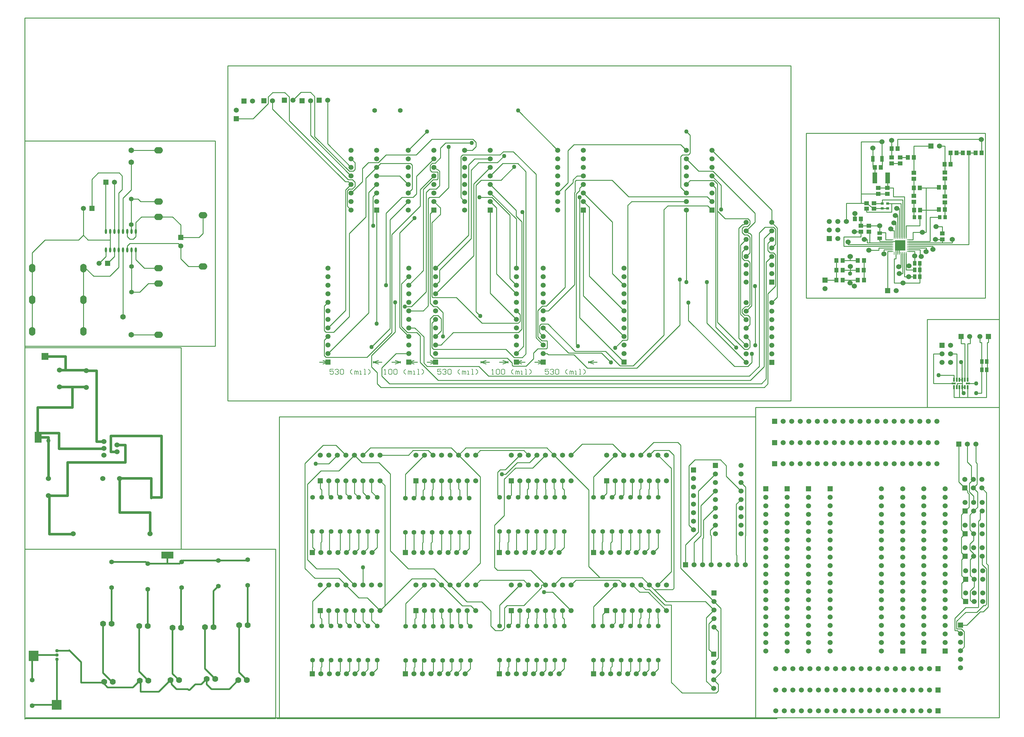
<source format=gbr>
G04 Layer_Physical_Order=1*
G04 Layer_Color=255*
%FSLAX26Y26*%
%MOIN*%
%TF.FileFunction,Copper,L1,Top,Signal*%
%TF.Part,Single*%
G01*
G75*
%TA.AperFunction,SMDPad,CuDef*%
%ADD10R,0.043307X0.055118*%
%TA.AperFunction,SMDPad,SMDef*%
%ADD11R,0.047244X0.019685*%
%ADD12R,0.019685X0.047244*%
%TA.AperFunction,SMDPad,CuDef*%
%ADD13O,0.009842X0.037402*%
%ADD14O,0.037402X0.009842*%
%ADD15R,0.122047X0.122047*%
%TA.AperFunction,TestPad*%
%ADD16C,0.060000*%
%TA.AperFunction,SMDPad,CuDef*%
%ADD17R,0.047244X0.055118*%
%ADD18R,0.055118X0.047244*%
%ADD19R,0.039370X0.051181*%
%ADD20R,0.055118X0.129921*%
%ADD21R,0.035433X0.031496*%
%ADD22R,0.055118X0.043307*%
%ADD23R,0.043307X0.066929*%
%ADD24R,0.055118X0.047244*%
%ADD25O,0.023622X0.059055*%
%TA.AperFunction,NonConductor*%
%ADD26C,0.030000*%
%ADD27C,0.010000*%
%ADD28C,0.020000*%
%ADD29C,0.006000*%
%ADD30R,0.080000X0.130000*%
%ADD31R,0.080000X0.080000*%
%ADD32R,0.140000X0.080000*%
%ADD33R,0.115000X0.120000*%
%ADD34R,0.115000X0.115000*%
%TA.AperFunction,ComponentPad*%
%ADD35C,0.059055*%
%ADD36R,0.059055X0.059055*%
%ADD37R,0.059055X0.059055*%
%ADD38C,0.055118*%
%TA.AperFunction,ViaPad*%
%ADD39C,0.060000*%
%TA.AperFunction,ComponentPad*%
%ADD40R,0.059000X0.059000*%
%ADD41C,0.059000*%
%ADD42O,0.100000X0.075000*%
%ADD43O,0.075000X0.100000*%
%ADD44C,0.065000*%
%ADD45C,0.070000*%
%TA.AperFunction,ViaPad*%
%ADD46C,0.050000*%
%ADD47C,0.019685*%
%ADD48C,0.040000*%
D10*
X12268780Y5175000D02*
D03*
X12209724D02*
D03*
X12268780Y5080000D02*
D03*
X12209724D02*
D03*
X11424725Y6170000D02*
D03*
X11483780D02*
D03*
X11424725Y6250000D02*
D03*
X11483780D02*
D03*
X11424725Y6325000D02*
D03*
X11483780D02*
D03*
D11*
X12046929Y4920000D02*
D03*
X11881575D02*
D03*
D12*
X12042992Y4963307D02*
D03*
X12011496D02*
D03*
X11980000D02*
D03*
X11948504D02*
D03*
X11917008D02*
D03*
X11885512D02*
D03*
Y4876693D02*
D03*
X11917008D02*
D03*
X11948504D02*
D03*
X11980000D02*
D03*
X12011496D02*
D03*
X12042992D02*
D03*
D13*
X11185354Y6441496D02*
D03*
X11205039D02*
D03*
X11224725D02*
D03*
X11244409D02*
D03*
X11264095D02*
D03*
X11283780D02*
D03*
X11303465D02*
D03*
X11323150D02*
D03*
Y6628504D02*
D03*
X11303465D02*
D03*
X11283780D02*
D03*
X11264095D02*
D03*
X11244409D02*
D03*
X11224725D02*
D03*
X11205039D02*
D03*
X11185354D02*
D03*
D14*
X11351693Y6466102D02*
D03*
Y6485787D02*
D03*
Y6505472D02*
D03*
Y6525158D02*
D03*
Y6544843D02*
D03*
Y6564528D02*
D03*
Y6584213D02*
D03*
Y6603898D02*
D03*
X11156811D02*
D03*
Y6584213D02*
D03*
Y6564528D02*
D03*
Y6544843D02*
D03*
Y6525158D02*
D03*
Y6505472D02*
D03*
Y6485787D02*
D03*
Y6466102D02*
D03*
D15*
X11254252Y6535000D02*
D03*
D16*
X11425984Y6412874D02*
D03*
X11354252Y6170000D02*
D03*
X11199252Y6885000D02*
D03*
X11145118Y6730000D02*
D03*
X11180118Y6800000D02*
D03*
X11556811Y6461732D02*
D03*
X11500984Y6407441D02*
D03*
X11243386Y6204567D02*
D03*
X11239252Y6285000D02*
D03*
X11669252Y6607441D02*
D03*
X10669685Y6405866D02*
D03*
Y6290866D02*
D03*
X10666752Y6095866D02*
D03*
D17*
X12208819Y7620000D02*
D03*
X12137953D02*
D03*
X11842953Y7620000D02*
D03*
X11913819D02*
D03*
X10794685Y6845000D02*
D03*
X10723819D02*
D03*
X11223819Y7670000D02*
D03*
X11152953D02*
D03*
X10758819Y6360866D02*
D03*
X10829685D02*
D03*
X10758386Y6245866D02*
D03*
X10829252D02*
D03*
X10758819Y6130866D02*
D03*
X10829685D02*
D03*
X10508819Y6360866D02*
D03*
X10579685D02*
D03*
X10508819Y6245866D02*
D03*
X10579685D02*
D03*
X10508819Y6130866D02*
D03*
X10579685D02*
D03*
X12058819Y7620000D02*
D03*
X11987953D02*
D03*
X11843819Y7485000D02*
D03*
X11772953D02*
D03*
X11707953Y6955000D02*
D03*
X11778819D02*
D03*
X11778819Y7215000D02*
D03*
X11707953D02*
D03*
X11483819Y7210000D02*
D03*
X11412953D02*
D03*
X11417953Y6950000D02*
D03*
X11488819D02*
D03*
X11413819Y7565000D02*
D03*
X11342953D02*
D03*
X11028819Y7450000D02*
D03*
X10957953D02*
D03*
D18*
X11778386Y7390433D02*
D03*
Y7319567D02*
D03*
X11413386Y7385433D02*
D03*
Y7314567D02*
D03*
X10889252Y6765433D02*
D03*
Y6694567D02*
D03*
X10794252Y6765433D02*
D03*
Y6694567D02*
D03*
X11253386Y7565433D02*
D03*
Y7494567D02*
D03*
X11778386Y7039567D02*
D03*
Y7110433D02*
D03*
X11413386Y7044567D02*
D03*
Y7115433D02*
D03*
X11153386Y7565433D02*
D03*
Y7494567D02*
D03*
X11749252Y6675433D02*
D03*
Y6604567D02*
D03*
X10998386Y7139567D02*
D03*
Y7210433D02*
D03*
X11103386Y7139567D02*
D03*
Y7210433D02*
D03*
D19*
X11716890Y6865000D02*
D03*
X11779882D02*
D03*
X11483386D02*
D03*
X11420394D02*
D03*
D20*
X10958583Y7325000D02*
D03*
X11108189D02*
D03*
D21*
X11044252Y7025000D02*
D03*
Y6969882D02*
D03*
X11109252Y7025000D02*
D03*
Y6969882D02*
D03*
D22*
X11014252Y6679528D02*
D03*
Y6620472D02*
D03*
D23*
X10936102Y7550000D02*
D03*
X11042402D02*
D03*
D24*
X10947559Y6965945D02*
D03*
Y7028937D02*
D03*
X10860945Y6965945D02*
D03*
Y7028937D02*
D03*
D25*
X1955000Y6481732D02*
D03*
X2005000D02*
D03*
X2055000D02*
D03*
X2105000D02*
D03*
X2155000D02*
D03*
X2205000D02*
D03*
X2255000D02*
D03*
X2305000D02*
D03*
X1955000Y6698268D02*
D03*
X2005000D02*
D03*
X2055000D02*
D03*
X2105000D02*
D03*
X2155000D02*
D03*
X2205000D02*
D03*
X2255000D02*
D03*
X2305000D02*
D03*
D26*
X2113425Y3410000D02*
Y3810000D01*
Y3410000D02*
X2470000D01*
X2113425Y3810000D02*
X2485000D01*
X1155000Y4320000D02*
Y4640000D01*
X1160000Y4340000D02*
X1405000D01*
X1160000Y4290000D02*
X1280000D01*
X1405000Y4155000D02*
Y4340000D01*
X1280000Y3805000D02*
Y4290000D01*
X1155000Y4640000D02*
X1560000D01*
X2470000Y3160000D02*
Y3410000D01*
X1290000Y3155000D02*
X1555000D01*
X1290000D02*
Y3600000D01*
X2010000Y4120000D02*
X2085000D01*
X2010000D02*
Y4305000D01*
X2605000D01*
Y3585000D02*
Y4305000D01*
X2485000Y3585000D02*
X2605000D01*
X1290000Y3605000D02*
X1505000D01*
Y3815000D01*
Y3995000D01*
X1245000Y5235000D02*
X1480000D01*
Y5075000D02*
Y5235000D01*
X2485000Y3580000D02*
Y3810000D01*
X1405000Y4155000D02*
X1930000D01*
X2085000Y4200000D02*
X2180000D01*
Y3995000D02*
Y4200000D01*
X1505000Y3995000D02*
X2180000D01*
X1725000Y5070000D02*
X1845000D01*
Y4240000D02*
X1930000D01*
X1845000D02*
Y5070000D01*
X1560000Y4640000D02*
Y4875000D01*
X1410000Y4878150D02*
X1700000D01*
X1410000Y5075000D02*
X1700000D01*
D27*
X2485000Y3580000D02*
Y3585000D01*
X1290000Y3600000D02*
Y3605000D01*
X1280000Y3805000D02*
Y3815000D01*
Y3605000D02*
Y3610000D01*
X1930000Y4155000D02*
Y4160000D01*
X2085000Y4115000D02*
Y4120000D01*
X3955000Y995000D02*
X9810000D01*
X3985000Y4530000D02*
X9560000D01*
X3985000Y995000D02*
Y4530000D01*
X4470000Y2940000D02*
Y3056000D01*
X4482756Y3068756D01*
Y3185000D01*
X5760000Y2940000D02*
Y3049000D01*
X5775630Y3064630D01*
Y3175000D01*
X5660000Y2940000D02*
Y3053000D01*
X5667756Y3060756D01*
Y3175000D01*
X5560000Y2940000D02*
Y3057000D01*
X5559882Y3057118D02*
X5560000Y3057000D01*
X5559882Y3057118D02*
Y3175000D01*
X5460000Y2940000D02*
Y3175000D01*
X6660000Y2940000D02*
Y3056000D01*
X6672756Y3068756D01*
Y3185000D01*
X6560000Y2940000D02*
Y3060000D01*
X6564882Y3064882D01*
Y3185000D01*
X7865000Y2940000D02*
Y3054000D01*
X7880630Y3069630D01*
Y3185000D01*
X7765000Y2940000D02*
Y3058000D01*
X7772756Y3065756D01*
Y3185000D01*
X7665000Y2940000D02*
Y3062000D01*
X7664882Y3062118D02*
X7665000Y3062000D01*
X7664882Y3062118D02*
Y3185000D01*
X5560000Y1520000D02*
Y1591000D01*
X5572756Y1603756D01*
Y1675000D01*
X5460000Y1520000D02*
Y1595000D01*
X5464882Y1599882D01*
Y1675000D01*
X6660000Y1520000D02*
Y1593000D01*
X6672756Y1605756D01*
Y1680000D01*
X6560000Y1520000D02*
Y1597000D01*
X6564882Y1601882D01*
Y1680000D01*
X7865000Y1520000D02*
Y1592000D01*
X7880630Y1607630D01*
Y1680000D01*
X7765000Y1520000D02*
Y1596000D01*
X7772756Y1603756D01*
Y1680000D01*
X7665000Y1520000D02*
Y1599000D01*
X7664882Y1599118D02*
X7665000Y1599000D01*
X7664882Y1599118D02*
Y1680000D01*
X4470000Y1520000D02*
Y1593000D01*
X4482756Y1605756D01*
Y1680000D01*
X4370000Y1520000D02*
Y1597000D01*
X4374882Y1601882D01*
Y1680000D01*
X8420000Y3585000D02*
Y3682000D01*
X8419286Y3682714D02*
X8420000Y3682000D01*
X8419286Y3682714D02*
Y3780000D01*
X8312126Y3585000D02*
Y3678000D01*
X8319286Y3685160D01*
Y3780000D01*
X8204252Y3585000D02*
Y3674000D01*
X8219286Y3689034D01*
Y3780000D01*
X7320000Y3585000D02*
Y3673000D01*
X7301190Y3691810D02*
X7320000Y3673000D01*
X7301190Y3691810D02*
Y3780000D01*
X7212126Y3585000D02*
Y3677000D01*
X7201190Y3687936D02*
X7212126Y3677000D01*
X7201190Y3687936D02*
Y3780000D01*
X7104252Y3585000D02*
Y3680000D01*
X7101190Y3683062D02*
X7104252Y3680000D01*
X7101190Y3683062D02*
Y3780000D01*
X6996378Y3585000D02*
Y3680000D01*
X7001190Y3684812D01*
Y3780000D01*
X6888504Y3585000D02*
Y3676000D01*
X6901190Y3688686D01*
Y3780000D01*
X6099252Y3575000D02*
Y3669000D01*
X6083096Y3685156D02*
X6099252Y3669000D01*
X6083096Y3685156D02*
Y3780000D01*
X5991378Y3575000D02*
Y3673000D01*
X5983096Y3681282D02*
X5991378Y3673000D01*
X5983096Y3681282D02*
Y3780000D01*
X5883504Y3575000D02*
Y3677000D01*
X5883096Y3677408D02*
X5883504Y3677000D01*
X5883096Y3677408D02*
Y3780000D01*
X5775630Y3575000D02*
Y3673000D01*
X5783096Y3680466D01*
Y3780000D01*
X5667756Y3575000D02*
Y3669000D01*
X5683096Y3684340D01*
Y3780000D01*
X4482756Y3585000D02*
Y3673000D01*
X4465000Y3690756D02*
X4482756Y3673000D01*
X4465000Y3690756D02*
Y3780000D01*
X8420000Y2080000D02*
Y2169000D01*
X8419286Y2169714D02*
X8420000Y2169000D01*
X8419286Y2169714D02*
Y2260000D01*
X8312126Y2080000D02*
Y2166000D01*
X8319286Y2173160D01*
Y2260000D01*
X8204252Y2080000D02*
Y2162000D01*
X8219286Y2177034D01*
Y2260000D01*
X7320000Y2080000D02*
Y2160000D01*
X7301190Y2178810D02*
X7320000Y2160000D01*
X7301190Y2178810D02*
Y2260000D01*
X7212126Y2080000D02*
Y2164000D01*
X7201190Y2174936D02*
X7212126Y2164000D01*
X7201190Y2174936D02*
Y2260000D01*
X7104252Y2080000D02*
Y2168000D01*
X7101190Y2171062D02*
X7104252Y2168000D01*
X7101190Y2171062D02*
Y2260000D01*
X6996378Y2080000D02*
Y2167000D01*
X7001190Y2171812D01*
Y2260000D01*
X6888504Y2080000D02*
Y2163000D01*
X6901190Y2175686D01*
Y2260000D01*
X5896378Y2075000D02*
Y2160000D01*
X5883096Y2173282D02*
X5896378Y2160000D01*
X5883096Y2173282D02*
Y2260000D01*
X5788504Y2075000D02*
Y2164000D01*
X5783096Y2169408D02*
X5788504Y2164000D01*
X5783096Y2169408D02*
Y2260000D01*
X5680630Y2075000D02*
Y2166000D01*
X5683096Y2168466D01*
Y2260000D01*
X5572756Y2075000D02*
Y2162000D01*
X5583096Y2172340D01*
Y2260000D01*
X4482756Y2080000D02*
Y2161000D01*
X4465000Y2178756D02*
X4482756Y2161000D01*
X4465000Y2178756D02*
Y2260000D01*
X5165000Y3780000D02*
X5220000Y3725000D01*
Y2315000D02*
Y3725000D01*
X5165000Y2260000D02*
X5220000Y2315000D01*
X5065000Y3650000D02*
X5130000Y3585000D01*
X5065000Y3650000D02*
Y3780000D01*
X4370000Y2940000D02*
X4402442Y2972442D01*
X4374882Y3000002D02*
Y3185000D01*
X8986000Y2176000D02*
X9075000Y2265000D01*
X8986000Y1434000D02*
Y2176000D01*
Y1434000D02*
X9070000Y1350000D01*
X9390000Y3760000D02*
X9445000Y3705000D01*
Y3138000D02*
Y3705000D01*
X9440000Y3133000D02*
X9445000Y3138000D01*
X9440000Y2795000D02*
Y3133000D01*
X9335000Y3505000D02*
X9390000Y3560000D01*
X9335000Y2913000D02*
Y3505000D01*
Y2913000D02*
X9340000Y2908000D01*
Y2795000D02*
Y2908000D01*
X8889528Y3659528D02*
X9090000Y3860000D01*
X8889528Y3180000D02*
Y3659528D01*
X8740000Y3030472D02*
X8889528Y3180000D01*
X8740000Y2795000D02*
Y3030472D01*
X8949528Y3319528D02*
X9090000Y3460000D01*
X8949528Y3113000D02*
Y3319528D01*
X8940000Y3103472D02*
X8949528Y3113000D01*
X8940000Y2795000D02*
Y3103472D01*
X4374882Y2369882D02*
X4565000Y2560000D01*
X4374882Y2080000D02*
Y2369882D01*
X5583096Y3598214D02*
Y3780000D01*
X5559882Y3575000D02*
X5583096Y3598214D01*
X6701190Y2108434D02*
Y2260000D01*
X6672756Y2080000D02*
X6701190Y2108434D01*
X7664882Y3825596D02*
X7919286Y4080000D01*
X7664882Y3585000D02*
Y3825596D01*
X9016000Y2106000D02*
X9075000Y2165000D01*
X9016000Y1804000D02*
Y2106000D01*
Y1804000D02*
X9070000Y1750000D01*
X4965000Y2560000D02*
Y2766000D01*
X6846190Y2615000D02*
X6901190Y2560000D01*
X6338096Y2615000D02*
X6846190D01*
X6283096Y2560000D02*
X6338096Y2615000D01*
X7401190Y2560000D02*
X7456190Y2615000D01*
X7964286D01*
X8019286Y2560000D01*
X8219286Y4080000D02*
X8369286Y4230000D01*
X8652000D01*
X8685000Y4197000D01*
Y2755000D02*
Y4197000D01*
Y2755000D02*
X9075000Y2365000D01*
X6283096Y4080000D02*
X6337624Y4134528D01*
X6846662D01*
X6901190Y4080000D01*
X6590000Y3855000D02*
X6633000D01*
X6772000Y3994000D01*
X6915190D01*
X7001190Y4080000D01*
X6951190Y3930000D02*
X7101190Y4080000D01*
X6751000Y3930000D02*
X6951190D01*
X6619000Y3798000D02*
X6751000Y3930000D01*
X6619000Y3373000D02*
Y3798000D01*
X6505000Y3259000D02*
X6619000Y3373000D01*
X6505000Y2766000D02*
Y3259000D01*
Y2766000D02*
X6538000Y2733000D01*
X6928190D01*
X7101190Y2560000D01*
X8373972Y2505314D02*
X8589314D01*
X8604000Y2520000D01*
Y4079000D01*
X8548000Y4135000D02*
X8604000Y4079000D01*
X8374286Y4135000D02*
X8548000D01*
X8319286Y4080000D02*
X8374286Y4135000D01*
X5015000Y2410000D02*
X5165000Y2260000D01*
X4915000Y2410000D02*
X5015000D01*
X4765000Y2560000D02*
X4915000Y2410000D01*
X7084190Y2477000D02*
X7184190D01*
X7401190Y2260000D01*
X5809096Y2634000D02*
X5883096Y2560000D01*
X5539000Y2634000D02*
X5809096D01*
X6228096Y2315000D02*
X6283096Y2260000D01*
X6128096Y2315000D02*
X6228096D01*
X5883096Y2560000D02*
X6128096Y2315000D01*
X4680000Y3895000D02*
X4865000Y4080000D01*
X4470000Y3895000D02*
X4680000D01*
X4315000Y3740000D02*
X4470000Y3895000D01*
X4315000Y2855000D02*
Y3740000D01*
Y2855000D02*
X4420000Y2750000D01*
X4675000D01*
X4865000Y2560000D01*
X5165000Y4080000D02*
X5497000D01*
X5551528Y4134528D01*
X5728568D01*
X5783096Y4080000D01*
X8219286Y2560000D02*
X8273864Y2505422D01*
X8316292D01*
X8496478Y2325236D01*
X8574000D01*
Y1421000D02*
Y2325236D01*
Y1421000D02*
X8700000Y1295000D01*
X9100000D01*
X9125000Y1320000D01*
Y1395000D01*
X9070000Y1450000D02*
X9125000Y1395000D01*
X8304286Y2475000D02*
X8519286Y2260000D01*
X8204286Y2475000D02*
X8304286D01*
X8119286Y2560000D02*
X8204286Y2475000D01*
X8513286Y2366000D02*
X8974000D01*
X9075000Y2265000D01*
X8780000Y3260000D02*
X8835000Y3205000D01*
X8780000Y3260000D02*
Y3955000D01*
X8850000Y4025000D01*
X9150000D01*
X9218000Y3957000D01*
Y3832000D02*
Y3957000D01*
Y3832000D02*
X9390000Y3660000D01*
X5983096Y2560000D02*
X6180096Y2363000D01*
X6354000D01*
X6462000Y2255000D01*
Y2080000D02*
Y2255000D01*
Y2080000D02*
X6515000Y2027000D01*
X6592000D01*
X6620000Y2055000D01*
Y2291000D01*
X6650000Y2321000D01*
X6847000D01*
X7056000Y2530000D01*
Y2560000D01*
X7101190D01*
X5793096Y2750000D02*
X5983096Y2560000D01*
X5495000Y2750000D02*
X5793096D01*
X5285000Y2960000D02*
X5495000Y2750000D01*
X5285000Y2960000D02*
Y3860000D01*
X5152000Y3993000D02*
X5285000Y3860000D01*
X4952000Y3993000D02*
X5152000D01*
X4865000Y4080000D02*
X4952000Y3993000D01*
X9070000Y1450000D02*
X9154528Y1534528D01*
Y2285472D01*
X9075000Y2365000D02*
X9154528Y2285472D01*
X9040000Y2795000D02*
Y3138000D01*
X9031000Y3147000D02*
X9040000Y3138000D01*
X9031000Y3147000D02*
Y3201000D01*
X9090000Y3260000D01*
X8840000Y2795000D02*
Y3055478D01*
X8919528Y3135006D01*
Y3489528D01*
X9090000Y3660000D01*
X5070000Y2940000D02*
X5130000Y3000000D01*
Y3185000D01*
X4970000Y2940000D02*
X5022126Y2992126D01*
Y3185000D01*
X4870000Y2940000D02*
X4914252Y2984252D01*
Y3185000D01*
X4770000Y2940000D02*
X4806378Y2976378D01*
Y3185000D01*
X4670000Y2940000D02*
X4698504Y2968504D01*
Y3185000D01*
X4570000Y3164370D02*
X4590630Y3185000D01*
X4570000Y2940000D02*
Y3164370D01*
X6160000Y2940000D02*
X6207126Y2987126D01*
Y3175000D01*
X6060000Y2940000D02*
X6099252Y2979252D01*
Y3175000D01*
X5960000Y2940000D02*
X5991378Y2971378D01*
Y3175000D01*
X5860000Y2940000D02*
X5883504Y2963504D01*
Y3175000D01*
X7260000Y2940000D02*
X7320000Y3000000D01*
Y3185000D01*
X7160000Y2940000D02*
X7212126Y2992126D01*
Y3185000D01*
X7060000Y2940000D02*
X7104252Y2984252D01*
Y3185000D01*
X6960000Y2940000D02*
X6996378Y2976378D01*
Y3185000D01*
X6860000Y2940000D02*
X6888504Y2968504D01*
Y3185000D01*
X6760000Y3164370D02*
X6780630Y3185000D01*
X6760000Y2940000D02*
Y3164370D01*
X8365000Y2940000D02*
X8420000Y2995000D01*
Y3185000D01*
X8265000Y2940000D02*
X8312126Y2987126D01*
Y3185000D01*
X8165000Y2940000D02*
X8204252Y2979252D01*
Y3185000D01*
X8065000Y2940000D02*
X8096378Y2971378D01*
Y3185000D01*
X7965000Y2940000D02*
X7988504Y2963504D01*
Y3185000D01*
X6160000Y1520000D02*
X6220000Y1580000D01*
Y1675000D01*
X6060000Y1520000D02*
X6112126Y1572126D01*
Y1675000D01*
X5960000Y1520000D02*
X6004252Y1564252D01*
Y1675000D01*
X5860000Y1520000D02*
X5896378Y1556378D01*
Y1675000D01*
X5760000Y1520000D02*
X5788504Y1548504D01*
Y1675000D01*
X5660000Y1654370D02*
X5680630Y1675000D01*
X5660000Y1520000D02*
Y1654370D01*
X7260000Y1520000D02*
X7320000Y1580000D01*
Y1680000D01*
X7160000Y1520000D02*
X7212126Y1572126D01*
Y1680000D01*
X7060000Y1520000D02*
X7104252Y1564252D01*
Y1680000D01*
X6960000Y1520000D02*
X6996378Y1556378D01*
Y1680000D01*
X6860000Y1520000D02*
X6888504Y1548504D01*
Y1680000D01*
X6760000Y1659370D02*
X6780630Y1680000D01*
X6760000Y1520000D02*
Y1659370D01*
X8365000Y1520000D02*
X8420000Y1575000D01*
Y1680000D01*
X8265000Y1520000D02*
X8312126Y1567126D01*
Y1680000D01*
X8165000Y1520000D02*
X8204252Y1559252D01*
Y1680000D01*
X8065000Y1520000D02*
X8096378Y1551378D01*
Y1680000D01*
X7965000Y1520000D02*
X7988504Y1543504D01*
Y1680000D01*
X5070000Y1520000D02*
X5130000Y1580000D01*
Y1680000D01*
X4970000Y1520000D02*
X5022126Y1572126D01*
Y1680000D01*
X4870000Y1520000D02*
X4914252Y1564252D01*
Y1680000D01*
X4770000Y1520000D02*
X4806378Y1556378D01*
Y1680000D01*
X4670000Y1520000D02*
X4698504Y1548504D01*
Y1680000D01*
X4570000Y1659370D02*
X4590630Y1680000D01*
X4570000Y1520000D02*
Y1659370D01*
X8096378Y3585000D02*
X8119286Y3607908D01*
Y3780000D01*
X7988504Y3585000D02*
X8019286Y3615782D01*
Y3780000D01*
X7880630Y3585000D02*
X7919286Y3623656D01*
Y3780000D01*
X7772756Y3585000D02*
X7819286Y3631530D01*
Y3780000D01*
X6539662Y3610220D02*
X6564882Y3585000D01*
X6539662Y3610220D02*
Y3880000D01*
X6570600Y3910938D01*
X6632128D01*
X6801190Y4080000D01*
X7401190D02*
X7532190Y4211000D01*
X7888286D01*
X8019286Y4080000D01*
X6780630Y3585000D02*
X6801190Y3605560D01*
Y3780000D01*
X6672756Y3585000D02*
X6701190Y3613434D01*
Y3780000D01*
X5460000Y3856904D02*
X5683096Y4080000D01*
X5460000Y3575000D02*
Y3856904D01*
X6183096Y3599030D02*
X6207126Y3575000D01*
X6183096Y3599030D02*
Y3780000D01*
X4965000Y3642126D02*
X5022126Y3585000D01*
X4965000Y3642126D02*
Y3780000D01*
X4865000Y3634252D02*
X4914252Y3585000D01*
X4865000Y3634252D02*
Y3780000D01*
X4765000Y3626378D02*
X4806378Y3585000D01*
X4765000Y3626378D02*
Y3780000D01*
X4665000Y3618504D02*
X4698504Y3585000D01*
X4665000Y3618504D02*
Y3780000D01*
X4565000Y3610630D02*
X4590630Y3585000D01*
X4565000Y3610630D02*
Y3780000D01*
X7664882Y2305596D02*
X7919286Y2560000D01*
X7664882Y2080000D02*
Y2305596D01*
X4565000Y3980000D02*
X4665000Y4080000D01*
X4410000Y3980000D02*
X4565000D01*
X8096378Y2080000D02*
X8119286Y2102908D01*
Y2260000D01*
X7988504Y2080000D02*
X8019286Y2110782D01*
Y2260000D01*
X7880630Y2080000D02*
X7919286Y2118656D01*
Y2260000D01*
X7772756Y2213470D02*
X7819286Y2260000D01*
X7772756Y2080000D02*
Y2213470D01*
X6564882Y2080000D02*
Y2323692D01*
X6801190Y2560000D01*
X6780630Y2080000D02*
X6801190Y2100560D01*
Y2260000D01*
X5464882Y2075000D02*
Y2341786D01*
X5683096Y2560000D01*
X6183096Y2111904D02*
X6220000Y2075000D01*
X6183096Y2111904D02*
Y2260000D01*
X6083096Y2104030D02*
X6112126Y2075000D01*
X6083096Y2104030D02*
Y2260000D01*
X5983096Y2096156D02*
X6004252Y2075000D01*
X5983096Y2096156D02*
Y2260000D01*
X5065000Y2145000D02*
X5130000Y2080000D01*
X5065000Y2145000D02*
Y2260000D01*
X4965000Y2137126D02*
X5022126Y2080000D01*
X4965000Y2137126D02*
Y2260000D01*
X4865000Y2129252D02*
X4914252Y2080000D01*
X4865000Y2129252D02*
Y2260000D01*
X4765000Y2121378D02*
X4806378Y2080000D01*
X4765000Y2121378D02*
Y2260000D01*
X4665000Y2113504D02*
X4698504Y2080000D01*
X4665000Y2113504D02*
Y2260000D01*
X4565000Y2105630D02*
X4590630Y2080000D01*
X4565000Y2105630D02*
Y2260000D01*
X7607000Y2777000D02*
X7738000Y2646000D01*
X7607000Y2777000D02*
Y3674190D01*
X7201190Y4080000D02*
X7607000Y3674190D01*
X8233286Y2646000D02*
X8319286Y2560000D01*
X7201190D02*
X7287190Y2646000D01*
X4965000Y4080000D02*
X5049528Y4164528D01*
X5998568D01*
X6083096Y4080000D01*
X6167624Y4164528D01*
X7116662D01*
X7201190Y4080000D01*
X6083096Y2560000D02*
X6338000Y2814904D01*
Y3825096D01*
X6083096Y4080000D02*
X6338000Y3825096D01*
X9075000Y2065000D02*
X9124528Y2015472D01*
Y1704528D02*
Y2015472D01*
X9070000Y1650000D02*
X9124528Y1704528D01*
X4686000Y2639000D02*
X4765000Y2560000D01*
X4400000Y2639000D02*
X4686000D01*
X4285000Y2754000D02*
X4400000Y2639000D01*
X4285000Y2754000D02*
Y3983000D01*
X4498000Y4196000D01*
X4649000D01*
X4765000Y4080000D01*
X8419286D02*
X8574000Y3925286D01*
Y2714714D02*
Y3925286D01*
X8419286Y2560000D02*
X8574000Y2714714D01*
X4374882Y3000002D02*
X4402442Y2972442D01*
X7287190Y2646000D02*
X7738000D01*
X8233286D01*
X8319286Y2560000D02*
X8373972Y2505314D01*
X8513286Y2366000D01*
X5220000Y2315000D02*
X5539000Y2634000D01*
X11884252Y4876693D02*
X11885512D01*
X12264252Y5080000D02*
X12268780D01*
X11914252Y4876693D02*
X11917008D01*
X11948504Y4755000D02*
Y4876693D01*
X12042992Y4755000D02*
Y4876693D01*
X11917008Y4963307D02*
X11919252D01*
X12209724Y5080000D02*
Y5175000D01*
X11980000Y4876693D02*
X12011496D01*
X11920197Y4920000D02*
X11980000D01*
X11920197Y4876693D02*
Y4920000D01*
X11980000Y4876693D02*
Y4920000D01*
Y4963307D01*
X12264252Y4755000D02*
Y5080000D01*
X11885512Y4755000D02*
X12264252D01*
X11885512D02*
Y4876693D01*
X12046929Y4920000D02*
X12144252D01*
X11980000Y4805000D02*
Y4876693D01*
Y4805000D02*
X11999252D01*
X12209252D02*
Y5080000D01*
X12144252Y4805000D02*
X12209252D01*
X12124252D02*
X12144252D01*
X11885512Y4963307D02*
Y5015000D01*
X11704252D02*
X11885512D01*
X11844252Y5265000D02*
X11919252D01*
X11644252D02*
X11744252D01*
X11644252Y4920000D02*
X11881575D01*
X11644252D02*
Y5265000D01*
X12011496Y4963307D02*
Y5285000D01*
Y5385000D01*
X11969252Y5405000D02*
Y5465000D01*
X12042992Y4963307D02*
Y5385000D01*
X12074252D01*
Y5465000D01*
X12209252Y5175000D02*
Y5400000D01*
X12187992D02*
X12209252D01*
X12187992D02*
Y5470000D01*
X12287992Y5400000D02*
Y5470000D01*
X12274252Y5400000D02*
X12287992D01*
X12274252Y5080000D02*
Y5400000D01*
X11969252Y5385000D02*
X12011496D01*
X11969252D02*
Y5405000D01*
X11979252Y4963307D02*
X11980000D01*
X11948504D02*
X11979252D01*
Y5153307D01*
X11919252Y4963307D02*
Y5265000D01*
X11962559Y5170000D02*
X11979252Y5153307D01*
X11489252Y6407441D02*
Y6485787D01*
Y6407441D02*
X11500984D01*
X11351693Y6485787D02*
X11489252D01*
X10889252Y6480000D02*
X11004252D01*
Y6505472D01*
X10834252Y6605000D02*
X10869252D01*
Y6564528D02*
Y6605000D01*
Y6564528D02*
X10899252D01*
X10669252Y6405000D02*
Y6405866D01*
Y6360866D02*
Y6405000D01*
Y6405866D02*
X10669685D01*
X10824252Y6544843D02*
X11156811D01*
X10644252Y6545158D02*
X10849252D01*
X10644252D02*
Y6575000D01*
X10594252Y6635000D02*
X10794252D01*
X10594252Y6525158D02*
Y6635000D01*
Y6525158D02*
X11156811D01*
X11043386Y7450000D02*
Y7545000D01*
X11041535D02*
X11043386D01*
X10799252Y7139567D02*
Y7750000D01*
X11042402D01*
Y7550000D02*
Y7750000D01*
X10624252Y7028937D02*
X10799252D01*
X10624252Y6815000D02*
Y7028937D01*
X10709252Y6694567D02*
X10719252D01*
X10794252D01*
X10724252Y6845000D02*
Y6910000D01*
X10723819Y6845000D02*
X10724252D01*
X11064252Y6435000D02*
Y6485787D01*
Y6425000D02*
Y6435000D01*
X11014252Y6685000D02*
X11085354D01*
X10936102Y7675000D02*
Y7690000D01*
Y7550000D02*
Y7675000D01*
X10702618Y6060000D02*
X10719252D01*
X10729252D01*
X10669252Y6095866D02*
Y6130866D01*
X10666752Y6095866D02*
X10702618Y6060000D01*
X10794252Y6765433D02*
Y6845000D01*
X10794685D01*
X11014252Y6685000D02*
Y6765433D01*
Y6679528D02*
Y6685000D01*
X10889252Y6765433D02*
X11014252D01*
X10794252D02*
X10889252D01*
X10794252Y6635000D02*
Y6694567D01*
X10899252Y6564528D02*
Y6690000D01*
Y6564528D02*
X11156811D01*
X11014252Y6584213D02*
Y6620472D01*
Y6584213D02*
X11156811D01*
X11085354Y6603898D02*
Y6685000D01*
X11154252Y7765000D02*
Y7780000D01*
Y7670000D02*
Y7765000D01*
X11639252Y6490000D02*
Y6525000D01*
Y6480000D02*
Y6490000D01*
X11184252Y6095000D02*
X11289252D01*
X11483780D01*
Y6170000D01*
X11205039Y6441496D02*
Y6535000D01*
X11184252Y6095000D02*
Y6380000D01*
X11205039D01*
Y6441496D01*
X11674252Y6755000D02*
X11749252D01*
Y6675433D02*
Y6755000D01*
X11749252Y6675433D02*
X11749252D01*
X12208819Y7620000D02*
Y7780000D01*
X11223819D02*
X12208819D01*
X12058819Y7620000D02*
X12137953D01*
X12058819Y6544843D02*
Y7620000D01*
X12137953D02*
X12143386D01*
X11843819Y7480000D02*
Y7620000D01*
X11842953D02*
X11843819D01*
X11913819D02*
X11987953D01*
Y7620000D02*
Y7620000D01*
X11864252Y6564528D02*
Y6605000D01*
X11749252Y6564528D02*
X11864252D01*
X11669252Y6607441D02*
X11749252D01*
Y6604567D02*
Y6607441D01*
Y6564528D02*
Y6604567D01*
X10799252Y7139567D02*
X10998386D01*
X10799252Y7028937D02*
Y7139567D01*
Y7028937D02*
X10860945D01*
X11004252Y6505472D02*
X11156811D01*
X11064252Y6485787D02*
X11156811D01*
X11109252Y6005000D02*
Y6466102D01*
X11156811D01*
X10935236Y7450000D02*
Y7545000D01*
X11483819Y7210000D02*
X11559252D01*
Y6950000D02*
Y7210000D01*
X11488819Y6950000D02*
X11559252D01*
Y6690000D02*
Y6950000D01*
X11707953D01*
X11514252Y6690000D02*
X11559252D01*
X11404252D02*
X11514252D01*
X11404252Y6603898D02*
Y6690000D01*
X11351693Y6584213D02*
X11604252D01*
X11559252Y7210000D02*
X11707953D01*
X11713386Y7700000D02*
X11778386D01*
Y7390433D02*
Y7700000D01*
X11772953Y7485000D02*
X11774252D01*
X11152953Y7565433D02*
Y7670000D01*
X11154252D01*
X11624252Y6525000D02*
X11639252D01*
X11624252D02*
Y6525158D01*
X11223819Y7670000D02*
Y7780000D01*
X11604252Y6584528D02*
Y6865000D01*
X11716890D01*
X11413386Y7385433D02*
Y7560000D01*
X11707953Y7210000D02*
Y7215000D01*
X11707953Y6950000D02*
Y6955000D01*
X11483386Y6765000D02*
Y6865000D01*
X11323150Y6765000D02*
X11483386D01*
X11323150Y6628504D02*
Y6765000D01*
X11483780Y6170000D02*
Y6250000D01*
X11303465Y6170000D02*
X11424725D01*
X11483780Y6250000D02*
Y6325000D01*
X11323150Y6295000D02*
X11359252D01*
X11369252D01*
X11323150Y6250000D02*
X11424725D01*
X11323150D02*
Y6295000D01*
X11351693Y6465000D02*
X11424252D01*
Y6325000D02*
Y6465000D01*
X11351693Y6603898D02*
X11404252D01*
X11351693Y6564528D02*
X11749252D01*
X11351693Y6544843D02*
X12058819D01*
X11351693Y6525158D02*
X11624252D01*
X11351693Y6505472D02*
X11561811D01*
X11351693Y6465000D02*
Y6466102D01*
X11323150Y6295000D02*
Y6441496D01*
X11303465Y6170000D02*
Y6441496D01*
X11283780Y6205000D02*
Y6441496D01*
X11264095Y6280000D02*
Y6441496D01*
X11244409D02*
Y6535000D01*
X11254252D01*
X11224725Y6441496D02*
Y6535000D01*
X11028819Y7450000D02*
X11043386D01*
X10860945Y7028937D02*
X10945686Y6967307D01*
X10947559Y6965945D01*
Y6969882D02*
X11044252D01*
X10947559Y7025000D02*
X11044252D01*
X10947559D02*
Y7028937D01*
X11283780Y6628504D02*
Y7070000D01*
X11044252D02*
X11283465D01*
X11044252Y7025000D02*
Y7070000D01*
X11109252Y7025000D02*
X11154252D01*
Y6924882D02*
Y7025000D01*
X10860945Y6924882D02*
X11154252D01*
X11044252Y6969882D02*
X11109252D01*
X10860945Y6924882D02*
Y6965945D01*
X11303465Y6628504D02*
Y7105000D01*
X11108189Y7210433D02*
Y7325000D01*
X11103386Y7210000D02*
X11174252D01*
Y7105000D02*
X11303150D01*
X11174252D02*
Y7210000D01*
X11103386D02*
Y7210433D01*
X11264095Y6628504D02*
Y7025000D01*
X11154252D02*
X11263780D01*
X11229252Y6970000D02*
X11244409D01*
Y6628504D02*
Y6970000D01*
X11224725Y6628504D02*
Y6885000D01*
X11199252D02*
X11224725D01*
X11139252Y6708898D02*
Y6740000D01*
Y6708898D02*
X11185354D01*
X11205039Y6628504D02*
Y6795000D01*
X11185354Y6628504D02*
Y6708898D01*
X11085354Y6603898D02*
X11156811D01*
Y6584213D02*
X11205039D01*
X11243386Y6205000D02*
X11282913D01*
X11778386Y7215000D02*
Y7319567D01*
X11778819Y7110433D02*
Y7215000D01*
X11778386D02*
X11778819D01*
X11778386Y7110433D02*
X11778819D01*
X11778819Y6955000D02*
Y7039567D01*
Y6865000D02*
Y6955000D01*
X11778386Y7039567D02*
X11778819D01*
Y6865000D02*
X11779882D01*
X11413386Y7560000D02*
Y7700000D01*
X11413386Y7560000D02*
X11413819D01*
X11413386D02*
X11413386D01*
X11413386Y7700000D02*
X11613386D01*
X11413386Y7115433D02*
Y7210000D01*
X11412953D02*
Y7314567D01*
X11413386D01*
X11412953Y7210000D02*
X11413386D01*
Y6950000D02*
Y7044567D01*
X11413386Y6865000D02*
Y6950000D01*
X11417953D01*
X11413386D02*
X11413386D01*
X11253386Y7565000D02*
X11342953D01*
X11153386Y7494567D02*
X11253386D01*
X11152953Y7565433D02*
X11153386D01*
X12208386Y7620000D02*
X12208819D01*
X10829252Y6360866D02*
X10829685D01*
X10669685Y6245866D02*
Y6290866D01*
Y6245866D02*
X10758386D01*
X10579685D02*
X10669685D01*
X10669252Y6360866D02*
X10758819D01*
X10579685D02*
X10669252D01*
X10374252Y6130866D02*
X10508819D01*
Y6245866D01*
Y6360866D01*
X10998386Y7139567D02*
X11103386D01*
X10998386Y7210433D02*
X11103386D01*
X10935236Y7450000D02*
X10957953D01*
Y7325000D02*
X10958583D01*
X10957953D02*
Y7450000D01*
X11103386Y7210433D02*
X11108189D01*
X10829685Y6130866D02*
Y6360866D01*
X11561811Y6466732D02*
Y6505472D01*
X10579685Y6130866D02*
X10669252D01*
X10669252Y6205866D02*
X10669685D01*
Y6245866D01*
X10751752Y6130866D02*
Y6155866D01*
Y6110866D02*
Y6130866D01*
X10758819D01*
X10669252D02*
X10751752D01*
X12191000Y3401000D02*
X12215000Y3425000D01*
X12191000Y3325528D02*
Y3401000D01*
X12170000Y3304528D02*
X12191000Y3325528D01*
X12170000Y2301000D02*
Y3304528D01*
X12166038Y2297038D02*
X12170000Y2301000D01*
X12022038Y2297038D02*
X12166038D01*
X11895472Y2170472D02*
X12022038Y2297038D01*
X11895472Y2025472D02*
Y2170472D01*
Y2025472D02*
X11924528D01*
X11960000Y1990000D01*
Y2090000D02*
X12035000D01*
X12190282Y2245282D01*
X12227418D01*
X12284528Y2302392D01*
Y2791500D01*
X12265000Y2811028D02*
X12284528Y2791500D01*
X12265000Y2811028D02*
Y3640000D01*
X12210000Y3695000D02*
X12265000Y3640000D01*
X12215000Y2799528D02*
Y2895000D01*
Y2799528D02*
X12264528Y2750000D01*
Y2335528D02*
Y2750000D01*
X12250000Y2321000D02*
X12264528Y2335528D01*
X12230000Y2321000D02*
X12250000D01*
X12150000Y2241000D02*
X12230000Y2321000D01*
X12021944Y2241000D02*
X12150000D01*
X11915472Y2134528D02*
X12021944Y2241000D01*
X11915472Y2045472D02*
Y2134528D01*
Y2045472D02*
X11970000D01*
X12004000Y2011472D01*
Y2002000D02*
Y2011472D01*
Y2002000D02*
X12005000Y2001000D01*
Y1835000D02*
Y2001000D01*
X11960000Y1790000D02*
X12005000Y1835000D01*
X11975472Y2580472D02*
X12020000Y2625000D01*
X11975472Y2409528D02*
Y2580472D01*
Y2409528D02*
X12020000Y2365000D01*
X12090000D02*
X12120000D01*
X12075472Y2379528D02*
X12090000Y2365000D01*
X12075472Y2379528D02*
Y2490472D01*
X12120000Y2535000D01*
Y2625000D01*
X11970472Y3115472D02*
X12015000Y3160000D01*
X11970472Y2939528D02*
Y3115472D01*
Y2939528D02*
X12015000Y2895000D01*
X12115000D02*
Y2925472D01*
X12070472Y2970000D02*
X12115000Y2925472D01*
X12070472Y2970000D02*
Y3039528D01*
X12115000Y3084056D01*
Y3160000D01*
X12070472Y3204528D02*
X12115000Y3160000D01*
X12070472Y3204528D02*
Y3380472D01*
X12115000Y3425000D01*
X11970472Y3204528D02*
X12015000Y3160000D01*
X11970472Y3204528D02*
Y3380472D01*
X12015000Y3425000D01*
X12010000Y3695000D02*
X12045472Y3659528D01*
Y3639528D02*
Y3659528D01*
Y3639528D02*
X12060000Y3625000D01*
Y3470000D02*
Y3625000D01*
X12015000Y3425000D02*
X12060000Y3470000D01*
X12065472Y3750472D02*
X12110000Y3795000D01*
X12065472Y3650000D02*
Y3750472D01*
Y3650000D02*
X12115000Y3600472D01*
Y3525000D02*
Y3600472D01*
X12040000Y4001000D02*
Y4210000D01*
Y4001000D02*
X12088000Y3953000D01*
Y3817000D02*
Y3953000D01*
Y3817000D02*
X12110000Y3795000D01*
X12075000Y2670000D02*
X12120000Y2625000D01*
X12075000Y2670000D02*
Y2855000D01*
X12115000Y2895000D01*
X12110000Y3695000D02*
X12160000Y3645000D01*
Y3470000D02*
Y3645000D01*
X12115000Y3425000D02*
X12160000Y3470000D01*
X12140000Y3997000D02*
Y4210000D01*
Y3997000D02*
X12155000Y3982000D01*
Y3740000D02*
Y3982000D01*
X12110000Y3695000D02*
X12155000Y3740000D01*
X11975000Y2670000D02*
X12020000Y2625000D01*
X11975000Y2670000D02*
Y2855000D01*
X12015000Y2895000D01*
X11940000Y3765000D02*
Y4210000D01*
Y3765000D02*
X12010000Y3695000D01*
X1005000Y990000D02*
Y9200000D01*
X2835000Y2980000D02*
Y5340000D01*
X1005000D02*
X2835000D01*
X3985000Y2990000D02*
Y4530000D01*
X9560000D01*
X9545000Y995000D02*
X9560000D01*
Y1000000D02*
Y4530000D01*
X9545000D02*
X9560000D01*
Y4640000D01*
X12415000D01*
Y1005000D02*
Y4640000D01*
X1015000Y1005000D02*
X12415000D01*
Y9200000D01*
X1005000D02*
X12415000D01*
X11580118Y5670000D02*
X12415000D01*
X12250118Y5920000D02*
Y6950000D01*
X10155000Y5920000D02*
X10230000D01*
X10155000D02*
Y7850000D01*
X12250118D01*
Y6950000D02*
Y7850000D01*
X2005000Y6481732D02*
Y6692635D01*
X1745000Y6600000D02*
X2005000D01*
X2050000Y7290000D02*
X2055000Y7285000D01*
X2145000Y7190000D02*
Y7350000D01*
X2110000Y7385000D02*
X2145000Y7350000D01*
X1865000Y7385000D02*
X2110000D01*
X2155000Y6698268D02*
Y7090000D01*
X2250000Y7185000D01*
Y7510000D01*
Y7650000D02*
X2570000D01*
X2250000Y7080000D02*
X2330000D01*
X2360000Y7050000D01*
X2570000D01*
X2250000Y6703268D02*
Y6780000D01*
X2305000Y6698268D02*
Y6805000D01*
X2370000Y6870000D01*
X2570000D01*
X2830000Y6630000D02*
Y6775000D01*
X2735000Y6870000D02*
X2830000Y6775000D01*
X2570000Y6870000D02*
X2735000D01*
X2830000Y6380000D02*
Y6530000D01*
Y6380000D02*
X2920000Y6290000D01*
X3090000D01*
X1090000Y6270000D02*
Y6450000D01*
X1240000Y6600000D01*
X1090000Y5900000D02*
Y6270000D01*
Y5530000D02*
Y5900000D01*
X1690000Y5530000D02*
Y5900000D01*
Y6270000D01*
X1790000Y6970000D02*
Y7310000D01*
X1865000Y7385000D01*
X1690000Y6655000D02*
Y6970000D01*
X1635000Y6600000D02*
X1690000Y6655000D01*
X1240000Y6600000D02*
X1635000D01*
X1690000Y6655000D02*
X1745000Y6600000D01*
X2205000Y6640000D02*
X2235000Y6610000D01*
X2205000Y6640000D02*
Y6698268D01*
X2235000Y6610000D02*
X2275000D01*
X2305000Y6640000D01*
Y6698268D01*
X2800000Y6560000D02*
X2830000Y6530000D01*
X2405000Y6270000D02*
X2570000D01*
X2305000Y6370000D02*
X2405000Y6270000D01*
X2305000Y6397933D02*
Y6453799D01*
X2250000Y5490000D02*
X2570000D01*
X2155000Y5700000D02*
Y6481732D01*
X1975000Y6325000D02*
X2055000Y6405000D01*
Y6481732D01*
X1690000Y6270000D02*
X1715000D01*
X1810000Y6175000D01*
X2000000D01*
X2105000Y6280000D01*
Y6481732D01*
X1875000Y6325000D02*
X1955000Y6405000D01*
Y6481732D01*
X1950000Y6703268D02*
X1955000Y6698268D01*
X2105000Y7150000D02*
X2145000Y7190000D01*
X2105000Y6698268D02*
Y7150000D01*
X2055000Y6698268D02*
Y7285000D01*
X1950000Y6703268D02*
Y7290000D01*
X2250000Y6780000D02*
Y7080000D01*
X2105000Y6481732D02*
Y6698268D01*
X2205000Y6481732D02*
Y6530000D01*
X2235000Y6560000D01*
X2800000D01*
X2830000Y6630000D02*
X3045000D01*
X3090000Y6675000D01*
Y6890000D01*
X2305000Y6370000D02*
Y6397933D01*
Y6453799D02*
Y6481732D01*
X2450000Y6090000D02*
X2570000D01*
X2350000Y5990000D02*
X2450000Y6090000D01*
X2255000Y5990000D02*
X2350000D01*
X2255000D02*
Y6290000D01*
Y6481732D01*
X1005000Y5355000D02*
X3235000D01*
Y7760000D01*
X1005000D02*
X3235000D01*
X3380000Y8640000D02*
X9975000D01*
X3380000Y4715000D02*
Y8640000D01*
Y4715000D02*
X9975000D01*
Y8640000D01*
X9115000Y5635000D02*
Y6939000D01*
X5080000Y7105000D02*
X5125000Y7150000D01*
X5080000Y6771000D02*
Y7105000D01*
Y6771000D02*
X5085000Y6766000D01*
X5031000Y7156000D02*
X5125000Y7250000D01*
X5031000Y5746000D02*
Y7156000D01*
X4555000Y5270000D02*
X5031000Y5746000D01*
X8795000Y7295000D02*
X9075000D01*
X9115000Y6939000D02*
Y7255000D01*
Y6939000D02*
X9204000Y6850000D01*
X9470000D01*
X9495000Y6825000D01*
Y6785472D02*
Y6825000D01*
X9464528Y6755000D02*
X9495000Y6785472D01*
X9425000Y6755000D02*
X9464528D01*
X9405000Y6735000D02*
X9425000Y6755000D01*
X9405000Y6685000D02*
Y6735000D01*
Y6685000D02*
X9430000Y6660000D01*
X9467000D01*
X9494528Y6632472D01*
Y6449528D02*
Y6632472D01*
X9450000Y6405000D02*
X9494528Y6449528D01*
X9450000Y5465000D02*
X9495000Y5420000D01*
Y5345000D02*
Y5420000D01*
X9470000Y5320000D02*
X9495000Y5345000D01*
X9430000Y5320000D02*
X9470000D01*
X9115000Y5635000D02*
X9430000Y5320000D01*
X9075000Y7295000D02*
X9115000Y7255000D01*
X8750000Y7250000D02*
X8795000Y7295000D01*
X4997000Y7322000D02*
X5125000Y7450000D01*
X4997000Y6869000D02*
Y7322000D01*
X4803000Y6675000D02*
X4997000Y6869000D01*
X4803000Y5703000D02*
Y6675000D01*
X4620000Y5520000D02*
X4803000Y5703000D01*
X4530000Y5520000D02*
X4620000D01*
X4510000Y5540000D02*
X4530000Y5520000D01*
X4510000Y5540000D02*
Y5825000D01*
X4555000Y5870000D01*
X5495000Y7150000D02*
X5540000Y7195000D01*
Y7475000D01*
X5520000Y7495000D02*
X5540000Y7475000D01*
X5170000Y7495000D02*
X5520000D01*
X5125000Y7450000D02*
X5170000Y7495000D01*
X9750000Y6805000D02*
X9814528Y6740472D01*
Y5929528D02*
Y6740472D01*
X9750000Y5865000D02*
X9814528Y5929528D01*
X8750000Y7550000D02*
X8895000Y7405000D01*
X9062000D01*
X9553000Y6914000D01*
Y6808000D02*
Y6914000D01*
X9450000Y6705000D02*
X9553000Y6808000D01*
X4145000Y8235000D02*
X4239000Y8329000D01*
X4350000D01*
X4398000Y8281000D01*
Y7811000D02*
Y8281000D01*
Y7811000D02*
X4804000Y7405000D01*
X4850000D01*
X4870000Y7425000D01*
Y7505000D01*
X4825000Y7550000D02*
X4870000Y7505000D01*
X9385472Y6540472D02*
X9450000Y6605000D01*
X9385472Y5729528D02*
Y6540472D01*
Y5729528D02*
X9450000Y5665000D01*
Y5565000D02*
X9495000Y5610000D01*
Y5695472D01*
X9470000Y5720472D02*
X9495000Y5695472D01*
X9430000Y5720472D02*
X9470000D01*
X9405472Y5745000D02*
X9430000Y5720472D01*
X9405472Y5745000D02*
Y5785000D01*
X9440472Y5820000D01*
X9470000D01*
X9494528Y5844528D01*
Y6335472D01*
X9470000Y6360000D02*
X9494528Y6335472D01*
X9430000Y6360000D02*
X9470000D01*
X9405472Y6384528D02*
X9430000Y6360000D01*
X9405472Y6384528D02*
Y6460472D01*
X9450000Y6505000D01*
X6760000Y5270000D02*
X6844528Y5354528D01*
Y6912472D01*
X6832000Y6925000D02*
X6844528Y6912472D01*
X8990000Y5625000D02*
X9450000Y5165000D01*
X8990000Y5625000D02*
Y6105000D01*
X5500000Y5570000D02*
X5572000D01*
X5677000Y5465000D01*
Y5158000D02*
Y5465000D01*
Y5158000D02*
X5714000Y5121000D01*
X6320000D01*
X6436000Y5005000D01*
X9489000D01*
X9604000Y5120000D01*
Y6683528D01*
X9670000Y6749528D01*
X9770000D01*
X9794528Y6725000D01*
Y6549528D02*
Y6725000D01*
X9750000Y6505000D02*
X9794528Y6549528D01*
X5342000Y5524000D02*
Y5870000D01*
X5065000Y5247000D02*
X5342000Y5524000D01*
X5065000Y5112000D02*
Y5247000D01*
Y5112000D02*
X5132000Y5045000D01*
Y4915000D02*
Y5045000D01*
Y4915000D02*
X5174000Y4873000D01*
X9663472D01*
X9705472Y4915000D01*
Y5970944D01*
X9794528Y6060000D01*
Y6425472D01*
X9770000Y6450000D02*
X9794528Y6425472D01*
X9730000Y6450000D02*
X9770000D01*
X9705000Y6475000D02*
X9730000Y6450000D01*
X9705000Y6475000D02*
Y6560000D01*
X9750000Y6605000D01*
X6528000Y6202000D02*
X6760000Y5970000D01*
X6528000Y6202000D02*
Y6977000D01*
X6455000Y7050000D02*
X6528000Y6977000D01*
X6455000Y7250000D02*
X6758000Y6947000D01*
Y6878000D02*
Y6947000D01*
Y6878000D02*
X6824528Y6811472D01*
Y5554528D02*
Y6811472D01*
X6785000Y5515000D02*
X6824528Y5554528D01*
X6021740Y5515000D02*
X6785000D01*
X5876740Y5370000D02*
X6021740Y5515000D01*
X5815000Y5370000D02*
X5876740D01*
X6455000Y7350000D02*
X6600000Y7495000D01*
X6778000D01*
X6872000Y7401000D01*
Y5265000D02*
Y7401000D01*
X6830000Y5223000D02*
X6872000Y5265000D01*
X6735000Y5223000D02*
X6830000D01*
X6638000Y5320000D02*
X6735000Y5223000D01*
X5790000Y5320000D02*
X6638000D01*
X5770000Y5340000D02*
X5790000Y5320000D01*
X5770000Y5340000D02*
Y5625000D01*
X5815000Y5670000D01*
X6260000Y7255000D02*
X6455000Y7450000D01*
X6260000Y6415000D02*
Y7255000D01*
X5815000Y5970000D02*
X6260000Y6415000D01*
X5750472Y6905472D02*
X5795000Y6950000D01*
X5750472Y5859528D02*
Y6905472D01*
Y5859528D02*
X5790000Y5820000D01*
X5830000D01*
X5900000Y5750000D01*
Y5470000D02*
Y5750000D01*
X6760000Y5770000D02*
X6804528Y5725472D01*
Y5647528D02*
Y5725472D01*
X6782000Y5625000D02*
X6804528Y5647528D01*
X6357000Y5625000D02*
X6782000D01*
X6057000Y5925000D02*
X6357000Y5625000D01*
X5780472Y5925000D02*
X6057000D01*
X5770472Y5935000D02*
X5780472Y5925000D01*
X5770472Y5935000D02*
Y6801472D01*
X5870000Y6901000D01*
Y6975000D01*
X5795000Y7050000D02*
X5870000Y6975000D01*
X4510000Y5425000D02*
X4555000Y5470000D01*
X4510000Y5245000D02*
Y5425000D01*
Y5245000D02*
X4530000Y5225000D01*
X5011000D01*
X5302000Y5516000D01*
Y6663274D01*
X5634000Y6995274D01*
Y7189000D01*
X5795000Y7350000D01*
X5455000Y5820000D02*
X5532000D01*
X5706000Y5994000D01*
Y7155000D01*
X5746000Y7195000D01*
X5820000D01*
X5859528Y7234528D01*
Y7405000D01*
X5844528Y7420000D02*
X5859528Y7405000D01*
X5795000Y7450000D02*
X5844528Y7420000D01*
X5235000Y6070000D02*
Y6914000D01*
X5421000Y7100000D01*
X5550000D01*
X5590000Y7140000D01*
Y7345000D01*
X5795000Y7550000D01*
X5282000Y6837000D02*
X5495000Y7050000D01*
X5282000Y5562000D02*
Y6837000D01*
X5065000Y5345000D02*
X5282000Y5562000D01*
X7030472Y5514528D02*
X7075000Y5470000D01*
X7030472Y5514528D02*
Y5595000D01*
X7050472Y5615000D01*
X7130000D01*
X7448000Y5297000D01*
X7803000D01*
X7975000Y5125000D01*
X8129000D01*
X8489000Y5485000D01*
Y6955000D01*
X8534000Y7000000D01*
X9000000D01*
X9050000Y6950000D01*
X8995000Y7105000D02*
X9050000Y7050000D01*
X8075000Y7105000D02*
X8995000D01*
X7880000Y7300000D02*
X8075000Y7105000D01*
X7460000Y7300000D02*
X7880000D01*
X7446412Y7286412D02*
X7460000Y7300000D01*
X7446412Y7160000D02*
Y7286412D01*
X7440000Y7153588D02*
X7446412Y7160000D01*
X7440000Y6075026D02*
Y7153588D01*
X7134974Y5770000D02*
X7440000Y6075026D01*
X7075000Y5770000D02*
X7134974D01*
X9095000Y5578000D02*
X9333000Y5340000D01*
X9095000Y5578000D02*
Y7205000D01*
X9050000Y7250000D02*
X9095000Y7205000D01*
X9050000Y7350000D02*
X9159000Y7241000D01*
Y6955000D02*
Y7241000D01*
X5395000Y6684000D02*
X5568000Y6857000D01*
X5395000Y5575000D02*
Y6684000D01*
Y5575000D02*
X5500000Y5470000D01*
Y6070000D02*
X5672000Y6242000D01*
Y7193000D01*
X5784000Y7305000D01*
X5829528D01*
X5839528Y7315000D01*
Y7394000D01*
X5838528Y7395000D02*
X5839528Y7394000D01*
X5770000Y7395000D02*
X5838528D01*
X5750000Y7415000D02*
X5770000Y7395000D01*
X5750000Y7415000D02*
Y7474000D01*
X5776000Y7500000D01*
X5810000D01*
X5871528Y7561528D01*
Y7675000D01*
X5931056Y7734528D01*
X6236472D01*
X7917000Y5336000D02*
X8006000Y5425000D01*
X8055000D01*
X8065000Y5435000D01*
Y7005000D01*
X8110000Y7050000D01*
X8750000D01*
X7545000D02*
X7613000Y6982000D01*
Y6177000D02*
Y6982000D01*
Y6177000D02*
X8020000Y5770000D01*
X7545000Y7150000D02*
X7884000Y6811000D01*
Y6206000D02*
Y6811000D01*
Y6206000D02*
X8020000Y6070000D01*
X7501000Y7206000D02*
X7545000Y7250000D01*
X7501000Y7181000D02*
Y7206000D01*
X7460000Y7140000D02*
X7501000Y7181000D01*
X7460000Y5375000D02*
Y7140000D01*
Y5375000D02*
X7480000Y5355000D01*
X6580000Y7300000D02*
X6735000Y7455000D01*
X6347000Y7300000D02*
X6580000D01*
X6288000Y7241000D02*
X6347000Y7300000D01*
X6288000Y5760000D02*
Y7241000D01*
Y5760000D02*
X6339000Y5709000D01*
X6780000Y8115000D02*
X7245000Y7650000D01*
X7500000Y5690000D02*
Y7100000D01*
Y5690000D02*
X8020000Y5170000D01*
X9517000Y5167000D02*
Y5265000D01*
X9470000Y5120000D02*
X9517000Y5167000D01*
X9313000Y5120000D02*
X9470000D01*
X8776000Y5657000D02*
X9313000Y5120000D01*
X8776000Y5657000D02*
Y5865000D01*
X9558000Y5365000D02*
Y6058000D01*
X9555000Y6061000D02*
X9558000Y6058000D01*
X7757000Y5275000D02*
X7867000Y5165000D01*
X7370000Y5275000D02*
X7757000D01*
X7075000Y5570000D02*
X7370000Y5275000D01*
X7470000Y7350000D02*
X7545000D01*
X7425000Y7305000D02*
X7470000Y7350000D01*
X7425000Y7274000D02*
Y7305000D01*
X7332000Y7181000D02*
X7425000Y7274000D01*
X7332000Y6047000D02*
Y7181000D01*
X7110000Y5825000D02*
X7332000Y6047000D01*
X7063000Y5825000D02*
X7110000D01*
X7010472Y5772472D02*
X7063000Y5825000D01*
X7010472Y5465000D02*
Y5772472D01*
Y5465000D02*
X7057472Y5418000D01*
X7117000D01*
X7120000Y5415000D01*
Y5335000D02*
Y5415000D01*
X7110000Y5325000D02*
X7120000Y5335000D01*
X7011000Y5325000D02*
X7110000D01*
X6961000Y5275000D02*
X7011000Y5325000D01*
X6961000Y5209000D02*
Y5275000D01*
X6876000Y5124000D02*
X6961000Y5209000D01*
X6720000Y5124000D02*
X6876000D01*
X6710000Y5134000D02*
X6720000Y5124000D01*
X6710000Y5134000D02*
Y5161000D01*
X6656000Y5215000D02*
X6710000Y5161000D01*
X5790000Y5215000D02*
X6656000D01*
X5750000Y5255000D02*
X5790000Y5215000D01*
X5750000Y5255000D02*
Y5675000D01*
X5790000Y5715000D01*
X5840000D01*
X5879528Y5675472D01*
Y5534528D02*
Y5675472D01*
X5815000Y5470000D02*
X5879528Y5534528D01*
X6990472Y5454528D02*
X7075000Y5370000D01*
X6990472Y5454528D02*
Y7369528D01*
X6726000Y7634000D02*
X6990472Y7369528D01*
X6607842Y7634000D02*
X6726000D01*
X6568842Y7595000D02*
X6607842Y7634000D01*
X6130000Y7595000D02*
X6568842D01*
X6110000Y7575000D02*
X6130000Y7595000D01*
X6110000Y7095000D02*
Y7575000D01*
Y7095000D02*
X6155000Y7050000D01*
X7075000Y5270000D02*
X7120536D01*
X7135536Y5255000D01*
X7434000D01*
X7590000Y5099000D01*
X8172000D01*
X8675000Y5602000D01*
Y6135000D01*
X8750000Y6105000D02*
Y6950000D01*
X5351000Y5270000D02*
X5500000D01*
X5184000Y5103000D02*
X5351000Y5270000D01*
X5184000Y5005000D02*
Y5103000D01*
Y5005000D02*
X5273000Y4916000D01*
X9630000D01*
X9685472Y4971472D01*
Y6340472D01*
X9750000Y6405000D01*
X5415000Y6085000D02*
X5500000Y6170000D01*
X5415000Y5586000D02*
Y6085000D01*
Y5586000D02*
X5486000Y5515000D01*
X5595000D01*
X5635000Y5475000D01*
Y5166000D02*
Y5475000D01*
Y5166000D02*
X5844000Y4957000D01*
X9502000D01*
X9660000Y5115000D01*
Y6615000D01*
X9750000Y6705000D01*
X5125000Y5620000D02*
Y6950000D01*
X9365472Y5449528D02*
X9450000Y5365000D01*
X9365472Y5449528D02*
Y6735472D01*
X9407974Y6777974D01*
X9422974D01*
X9450000Y6805000D01*
Y6705000D02*
X9476276Y6678724D01*
X9490804D01*
X9514528Y6655000D01*
Y5829528D02*
Y6655000D01*
X9450000Y5765000D02*
X9514528Y5829528D01*
X8685000Y7715000D02*
X8750000Y7650000D01*
X7435000Y7715000D02*
X8685000D01*
X7364660Y7644660D02*
X7435000Y7715000D01*
X7364660Y7269660D02*
Y7644660D01*
X7245000Y7150000D02*
X7364660Y7269660D01*
X6328000Y7100000D02*
X6475000D01*
X6685000Y6890000D01*
Y6145000D02*
Y6890000D01*
Y6145000D02*
X6760000Y6070000D01*
X6155000Y7650000D02*
X6243000D01*
X6287000Y7694000D01*
Y7743000D01*
X6251000Y7779000D02*
X6287000Y7743000D01*
X5771000Y7779000D02*
X6251000D01*
X5587000Y7595000D02*
X5771000Y7779000D01*
X5233000Y7595000D02*
X5587000D01*
X5143000Y7505000D02*
X5233000Y7595000D01*
X5027000Y7505000D02*
X5143000D01*
X4957000Y7435000D02*
X5027000Y7505000D01*
X4957000Y7282000D02*
Y7435000D01*
X4825000Y7150000D02*
X4957000Y7282000D01*
X4780472Y6994528D02*
X4825000Y6950000D01*
X4780472Y6994528D02*
Y7175000D01*
X4800000Y7194528D01*
X4838528D01*
X4869528Y7225528D01*
Y7275000D01*
X4839528Y7305000D02*
X4869528Y7275000D01*
X4790000Y7305000D02*
X4839528D01*
X4100000Y7995000D02*
X4790000Y7305000D01*
X4100000Y7995000D02*
Y8275000D01*
X4048000Y8327000D02*
X4100000Y8275000D01*
X3907000Y8327000D02*
X4048000D01*
X3855000Y8275000D02*
X3907000Y8327000D01*
X3855000Y8197000D02*
Y8275000D01*
X3678000Y8020000D02*
X3855000Y8197000D01*
X3480000Y8020000D02*
X3678000D01*
X4555000Y5570000D02*
X4760472Y5775472D01*
Y7185472D01*
X4825000Y7250000D01*
X6270000Y7550000D02*
X6455000D01*
X6200000Y7480000D02*
X6270000Y7550000D01*
X6200000Y6655000D02*
Y7480000D01*
X5815000Y6270000D02*
X6200000Y6655000D01*
X6539000Y7505000D02*
X6617000Y7583000D01*
X6318000Y7505000D02*
X6539000D01*
X6230000Y7417000D02*
X6318000Y7505000D01*
X6230000Y6615000D02*
Y7417000D01*
X5859528Y6244528D02*
X6230000Y6615000D01*
X5859528Y6114528D02*
Y6244528D01*
X5815000Y6070000D02*
X5859528Y6114528D01*
X8685000Y7215000D02*
X8750000Y7150000D01*
X8685000Y7215000D02*
Y7575002D01*
X8704998Y7595000D01*
X8775000D01*
X8795000Y7615000D01*
Y7825000D01*
X8750000Y7870000D02*
X8795000Y7825000D01*
X5495000Y7650000D02*
X5715000Y7870000D01*
X5500000Y5770000D02*
X5670000D01*
X5728000Y5828000D01*
Y7084000D01*
X5744000Y7100000D01*
X5855000D01*
X5967000Y7212000D01*
Y7689000D01*
X6760000Y6270000D02*
Y6845000D01*
X6455000Y7150000D02*
X6760000Y6845000D01*
X4550000Y7725000D02*
Y8235000D01*
Y7725000D02*
X4825000Y7450000D01*
X4350000Y7825000D02*
Y8230000D01*
Y7825000D02*
X4825000Y7350000D01*
X3905000Y8133112D02*
Y8230000D01*
Y8133112D02*
X4756556Y7281556D01*
X4793444D01*
X4825000Y7250000D01*
X9750000Y6805000D02*
Y6950000D01*
X9050000Y7650000D02*
X9750000Y6950000D01*
X5125000Y7350000D02*
X5395000D01*
X5495000Y7250000D01*
X7545000Y5945000D02*
Y6950000D01*
Y5945000D02*
X8020000Y5470000D01*
X6455000Y5975000D02*
Y6950000D01*
Y5975000D02*
X6760000Y5670000D01*
X6975000Y5170000D02*
X7075000D01*
X7605000D02*
X7705000D01*
X7015000Y5190000D02*
X7075000Y5170000D01*
X7015000Y5150000D02*
X7075000Y5170000D01*
X7605000D02*
X7665000Y5190000D01*
X7605000Y5170000D02*
X7665000Y5150000D01*
X7075000Y5160000D02*
Y5180000D01*
X7605000Y5160000D02*
Y5180000D01*
X6560000Y5170000D02*
X6660000D01*
X6760000D02*
X6860000D01*
X6600000Y5190000D02*
X6660000Y5170000D01*
X6600000Y5150000D02*
X6660000Y5170000D01*
X6760000D02*
X6820000Y5190000D01*
X6760000Y5170000D02*
X6820000Y5150000D01*
X6660000Y5160000D02*
Y5180000D01*
X6760000Y5160000D02*
Y5180000D01*
X5715000Y5170000D02*
X5815000D01*
X6345000D02*
X6445000D01*
X5755000Y5190000D02*
X5815000Y5170000D01*
X5755000Y5150000D02*
X5815000Y5170000D01*
X6345000D02*
X6405000Y5190000D01*
X6345000Y5170000D02*
X6405000Y5150000D01*
X5815000Y5160000D02*
Y5180000D01*
X6345000Y5160000D02*
Y5180000D01*
X5300000Y5170000D02*
X5400000D01*
X5500000D02*
X5600000D01*
X5340000Y5190000D02*
X5400000Y5170000D01*
X5340000Y5150000D02*
X5400000Y5170000D01*
X5500000D02*
X5560000Y5190000D01*
X5500000Y5170000D02*
X5560000Y5150000D01*
X5400000Y5160000D02*
Y5180000D01*
X5500000Y5160000D02*
Y5180000D01*
X4455000Y5170000D02*
X4555000D01*
X5085000D02*
X5185000D01*
X4495000Y5190000D02*
X4555000Y5170000D01*
X4495000Y5150000D02*
X4555000Y5170000D01*
X5085000D02*
X5145000Y5190000D01*
X5085000Y5170000D02*
X5145000Y5150000D01*
X4555000Y5160000D02*
Y5180000D01*
X5085000Y5160000D02*
Y5180000D01*
X11570000Y5670000D02*
X11590000D01*
X11570000Y4640000D02*
Y5670000D01*
X10220000Y5920000D02*
X12250118D01*
X1005000Y995000D02*
Y2980000D01*
Y995000D02*
X3940000D01*
Y2980000D01*
X1005000D02*
X3940000D01*
X2840000Y2830000D02*
X2855000Y2845000D01*
X2820000Y2810000D02*
X2840000Y2830000D01*
X2425000D02*
X2445000Y2810000D01*
X2710000Y1445000D02*
X2725000D01*
X2350000Y1440000D02*
X2360000D01*
D28*
X1380000Y1610000D02*
Y1690000D01*
X1290000Y1740000D02*
X1380000D01*
Y1790000D02*
X1525000D01*
X3270000Y2845000D02*
X3605000D01*
X2855000D02*
X3270000D01*
X2020000Y2830000D02*
X2425000D01*
X2270000Y1360000D02*
X2350000Y1440000D01*
X3615000Y2090000D02*
Y2555000D01*
X3215000Y2490000D02*
X3270000Y2545000D01*
X3215000Y2065000D02*
Y2490000D01*
X2835000Y2060000D02*
Y2525000D01*
X2445000Y2080000D02*
Y2510000D01*
X2020000Y2105000D02*
Y2530000D01*
X1920000Y1530000D02*
X2025000Y1425000D01*
X1920000Y1530000D02*
Y2105000D01*
X2345000Y1545000D02*
X2450000Y1440000D01*
X2345000Y1545000D02*
Y2080000D01*
X2735000Y1520000D02*
Y2060000D01*
X3115000Y1580000D02*
Y2065000D01*
X3515000Y1535000D02*
X3605000Y1445000D01*
X3515000Y1535000D02*
Y2090000D01*
X3070000Y1395000D02*
X3135000Y1460000D01*
X2924467Y1330000D02*
X2934822D01*
X1665000Y1415000D02*
Y1655000D01*
X1525000Y1795000D02*
X1665000Y1655000D01*
X1100000Y1155000D02*
X1380000D01*
Y1610000D01*
X1090000Y1740000D02*
X1305000D01*
X1090000Y1445000D02*
Y1740000D01*
X2575000Y1310000D02*
X2710000Y1445000D01*
X2934822Y1330000D02*
X2999822Y1395000D01*
X3070000D01*
X2914467Y1340000D02*
X2924467Y1330000D01*
X2780000Y1340000D02*
X2914467D01*
X2735000Y1520000D02*
X2810000Y1445000D01*
X2725000Y1395000D02*
X2780000Y1340000D01*
X2725000Y1395000D02*
Y1445000D01*
X3400000Y1340000D02*
X3505000Y1445000D01*
X3190000Y1340000D02*
X3400000D01*
X3115000Y1580000D02*
X3235000Y1460000D01*
X3135000Y1395000D02*
X3190000Y1340000D01*
X3135000Y1395000D02*
Y1460000D01*
X1665000Y1415000D02*
X1920000D01*
X1975000Y1360000D01*
X2270000D01*
X2360000Y1310000D02*
X2575000D01*
X2360000D02*
Y1440000D01*
X2675000Y2810000D02*
Y2915000D01*
X2445000Y2810000D02*
X2675000D01*
X2820000D01*
D29*
X7139063Y5086019D02*
X7099076D01*
Y5056029D01*
X7119069Y5066026D01*
X7129066D01*
X7139063Y5056029D01*
Y5036036D01*
X7129066Y5026039D01*
X7109073D01*
X7099076Y5036036D01*
X7159057Y5076023D02*
X7169053Y5086019D01*
X7189047D01*
X7199044Y5076023D01*
Y5066026D01*
X7189047Y5056029D01*
X7179050D01*
X7189047D01*
X7199044Y5046032D01*
Y5036036D01*
X7189047Y5026039D01*
X7169053D01*
X7159057Y5036036D01*
X7219037Y5076023D02*
X7229034Y5086019D01*
X7249028D01*
X7259024Y5076023D01*
Y5036036D01*
X7249028Y5026039D01*
X7229034D01*
X7219037Y5036036D01*
Y5076023D01*
X7358992Y5026039D02*
X7338998Y5046032D01*
Y5066026D01*
X7358992Y5086019D01*
X7388982Y5026039D02*
Y5066026D01*
X7398979D01*
X7408976Y5056029D01*
Y5026039D01*
Y5056029D01*
X7418972Y5066026D01*
X7428969Y5056029D01*
Y5026039D01*
X7448963D02*
X7468956D01*
X7458960D01*
Y5066026D01*
X7448963D01*
X7498947Y5026039D02*
X7518940D01*
X7508943D01*
Y5086019D01*
X7498947D01*
X7548930Y5026039D02*
X7568924Y5046032D01*
Y5066026D01*
X7548930Y5086019D01*
X6474074Y5026039D02*
X6494068D01*
X6484071D01*
Y5086019D01*
X6474074Y5076023D01*
X6524058D02*
X6534055Y5086019D01*
X6554049D01*
X6564045Y5076023D01*
Y5036036D01*
X6554049Y5026039D01*
X6534055D01*
X6524058Y5036036D01*
Y5076023D01*
X6584039D02*
X6594036Y5086019D01*
X6614029D01*
X6624026Y5076023D01*
Y5036036D01*
X6614029Y5026039D01*
X6594036D01*
X6584039Y5036036D01*
Y5076023D01*
X6723994Y5026039D02*
X6704000Y5046032D01*
Y5066026D01*
X6723994Y5086019D01*
X6753984Y5026039D02*
Y5066026D01*
X6763981D01*
X6773977Y5056029D01*
Y5026039D01*
Y5056029D01*
X6783974Y5066026D01*
X6793971Y5056029D01*
Y5026039D01*
X6813965D02*
X6833958D01*
X6823961D01*
Y5066026D01*
X6813965D01*
X6863948Y5026039D02*
X6883942D01*
X6873945D01*
Y5086019D01*
X6863948D01*
X6913932Y5026039D02*
X6933926Y5046032D01*
Y5066026D01*
X6913932Y5086019D01*
X5879063D02*
X5839076D01*
Y5056029D01*
X5859069Y5066026D01*
X5869066D01*
X5879063Y5056029D01*
Y5036036D01*
X5869066Y5026039D01*
X5849073D01*
X5839076Y5036036D01*
X5899057Y5076023D02*
X5909053Y5086019D01*
X5929047D01*
X5939044Y5076023D01*
Y5066026D01*
X5929047Y5056029D01*
X5919050D01*
X5929047D01*
X5939044Y5046032D01*
Y5036036D01*
X5929047Y5026039D01*
X5909053D01*
X5899057Y5036036D01*
X5959037Y5076023D02*
X5969034Y5086019D01*
X5989028D01*
X5999024Y5076023D01*
Y5036036D01*
X5989028Y5026039D01*
X5969034D01*
X5959037Y5036036D01*
Y5076023D01*
X6098992Y5026039D02*
X6078998Y5046032D01*
Y5066026D01*
X6098992Y5086019D01*
X6128982Y5026039D02*
Y5066026D01*
X6138979D01*
X6148976Y5056029D01*
Y5026039D01*
Y5056029D01*
X6158972Y5066026D01*
X6168969Y5056029D01*
Y5026039D01*
X6188963D02*
X6208956D01*
X6198960D01*
Y5066026D01*
X6188963D01*
X6238947Y5026039D02*
X6258940D01*
X6248943D01*
Y5086019D01*
X6238947D01*
X6288930Y5026039D02*
X6308924Y5046032D01*
Y5066026D01*
X6288930Y5086019D01*
X5214074Y5026039D02*
X5234068D01*
X5224071D01*
Y5086019D01*
X5214074Y5076023D01*
X5264058D02*
X5274055Y5086019D01*
X5294049D01*
X5304045Y5076023D01*
Y5036036D01*
X5294049Y5026039D01*
X5274055D01*
X5264058Y5036036D01*
Y5076023D01*
X5324039D02*
X5334036Y5086019D01*
X5354029D01*
X5364026Y5076023D01*
Y5036036D01*
X5354029Y5026039D01*
X5334036D01*
X5324039Y5036036D01*
Y5076023D01*
X5463994Y5026039D02*
X5444000Y5046032D01*
Y5066026D01*
X5463994Y5086019D01*
X5493984Y5026039D02*
Y5066026D01*
X5503981D01*
X5513977Y5056029D01*
Y5026039D01*
Y5056029D01*
X5523974Y5066026D01*
X5533971Y5056029D01*
Y5026039D01*
X5553965D02*
X5573958D01*
X5563961D01*
Y5066026D01*
X5553965D01*
X5603948Y5026039D02*
X5623942D01*
X5613945D01*
Y5086019D01*
X5603948D01*
X5653932Y5026039D02*
X5673926Y5046032D01*
Y5066026D01*
X5653932Y5086019D01*
X4619063D02*
X4579076D01*
Y5056029D01*
X4599069Y5066026D01*
X4609066D01*
X4619063Y5056029D01*
Y5036036D01*
X4609066Y5026039D01*
X4589073D01*
X4579076Y5036036D01*
X4639057Y5076023D02*
X4649053Y5086019D01*
X4669047D01*
X4679044Y5076023D01*
Y5066026D01*
X4669047Y5056029D01*
X4659050D01*
X4669047D01*
X4679044Y5046032D01*
Y5036036D01*
X4669047Y5026039D01*
X4649053D01*
X4639057Y5036036D01*
X4699037Y5076023D02*
X4709034Y5086019D01*
X4729028D01*
X4739024Y5076023D01*
Y5036036D01*
X4729028Y5026039D01*
X4709034D01*
X4699037Y5036036D01*
Y5076023D01*
X4838992Y5026039D02*
X4818998Y5046032D01*
Y5066026D01*
X4838992Y5086019D01*
X4868982Y5026039D02*
Y5066026D01*
X4878979D01*
X4888976Y5056029D01*
Y5026039D01*
Y5056029D01*
X4898972Y5066026D01*
X4908969Y5056029D01*
Y5026039D01*
X4928963D02*
X4948956D01*
X4938960D01*
Y5066026D01*
X4928963D01*
X4978947Y5026039D02*
X4998940D01*
X4988943D01*
Y5086019D01*
X4978947D01*
X5028930Y5026039D02*
X5048924Y5046032D01*
Y5066026D01*
X5028930Y5086019D01*
D30*
X1160000Y4290000D02*
D03*
D31*
X1240000Y5235000D02*
D03*
D32*
X2675000Y2910000D02*
D03*
D33*
X1107500Y1730000D02*
D03*
D34*
X1377500Y1157500D02*
D03*
D35*
X5165000Y2560000D02*
D03*
X5065000D02*
D03*
X4965000D02*
D03*
X4865000D02*
D03*
X4765000D02*
D03*
X4665000D02*
D03*
X4565000D02*
D03*
X4465000D02*
D03*
X5165000Y2260000D02*
D03*
X5065000D02*
D03*
X4965000D02*
D03*
X4865000D02*
D03*
X4765000D02*
D03*
X4665000D02*
D03*
X4565000D02*
D03*
X6283096Y2560000D02*
D03*
X6183096D02*
D03*
X6083096D02*
D03*
X5983096D02*
D03*
X5883096D02*
D03*
X5783096D02*
D03*
X5683096D02*
D03*
X5583096D02*
D03*
X6283096Y2260000D02*
D03*
X6183096D02*
D03*
X6083096D02*
D03*
X5983096D02*
D03*
X5883096D02*
D03*
X5783096D02*
D03*
X5683096D02*
D03*
X7401190Y2560000D02*
D03*
X7301190D02*
D03*
X7201190D02*
D03*
X7101190D02*
D03*
X7001190D02*
D03*
X6901190D02*
D03*
X6801190D02*
D03*
X6701190D02*
D03*
X7401190Y2260000D02*
D03*
X7301190D02*
D03*
X7201190D02*
D03*
X7101190D02*
D03*
X7001190D02*
D03*
X6901190D02*
D03*
X6801190D02*
D03*
X8519286Y2560000D02*
D03*
X8419286D02*
D03*
X8319286D02*
D03*
X8219286D02*
D03*
X8119286D02*
D03*
X8019286D02*
D03*
X7919286D02*
D03*
X7819286D02*
D03*
X8519286Y2260000D02*
D03*
X8419286D02*
D03*
X8319286D02*
D03*
X8219286D02*
D03*
X8119286D02*
D03*
X8019286D02*
D03*
X7919286D02*
D03*
X5165000Y4080000D02*
D03*
X5065000D02*
D03*
X4965000D02*
D03*
X4865000D02*
D03*
X4765000D02*
D03*
X4665000D02*
D03*
X4565000D02*
D03*
X4465000D02*
D03*
X5165000Y3780000D02*
D03*
X5065000D02*
D03*
X4965000D02*
D03*
X4865000D02*
D03*
X4765000D02*
D03*
X4665000D02*
D03*
X4565000D02*
D03*
X6283096Y4080000D02*
D03*
X6183096D02*
D03*
X6083096D02*
D03*
X5983096D02*
D03*
X5883096D02*
D03*
X5783096D02*
D03*
X5683096D02*
D03*
X5583096D02*
D03*
X6283096Y3780000D02*
D03*
X6183096D02*
D03*
X6083096D02*
D03*
X5983096D02*
D03*
X5883096D02*
D03*
X5783096D02*
D03*
X5683096D02*
D03*
X7401190Y4080000D02*
D03*
X7301190D02*
D03*
X7201190D02*
D03*
X7101190D02*
D03*
X7001190D02*
D03*
X6901190D02*
D03*
X6801190D02*
D03*
X6701190D02*
D03*
X7401190Y3780000D02*
D03*
X7301190D02*
D03*
X7201190D02*
D03*
X7101190D02*
D03*
X7001190D02*
D03*
X6901190D02*
D03*
X6801190D02*
D03*
X8519286Y4080000D02*
D03*
X8419286D02*
D03*
X8319286D02*
D03*
X8219286D02*
D03*
X8119286D02*
D03*
X8019286D02*
D03*
X7919286D02*
D03*
X7819286D02*
D03*
X8519286Y3780000D02*
D03*
X8419286D02*
D03*
X8319286D02*
D03*
X8219286D02*
D03*
X8119286D02*
D03*
X8019286D02*
D03*
X7919286D02*
D03*
X4470000Y1520000D02*
D03*
X4570000D02*
D03*
X4670000D02*
D03*
X4770000D02*
D03*
X4870000D02*
D03*
X4970000D02*
D03*
X5070000D02*
D03*
X7765000D02*
D03*
X7865000D02*
D03*
X7965000D02*
D03*
X8065000D02*
D03*
X8165000D02*
D03*
X8265000D02*
D03*
X8365000D02*
D03*
X6660000D02*
D03*
X6760000D02*
D03*
X6860000D02*
D03*
X6960000D02*
D03*
X7060000D02*
D03*
X7160000D02*
D03*
X7260000D02*
D03*
X5560000D02*
D03*
X5660000D02*
D03*
X5760000D02*
D03*
X5860000D02*
D03*
X5960000D02*
D03*
X6060000D02*
D03*
X6160000D02*
D03*
X7765000Y2940000D02*
D03*
X7865000D02*
D03*
X7965000D02*
D03*
X8065000D02*
D03*
X8165000D02*
D03*
X8265000D02*
D03*
X8365000D02*
D03*
X6660000D02*
D03*
X6760000D02*
D03*
X6860000D02*
D03*
X6960000D02*
D03*
X7060000D02*
D03*
X7160000D02*
D03*
X7260000D02*
D03*
X5560000D02*
D03*
X5660000D02*
D03*
X5760000D02*
D03*
X5860000D02*
D03*
X5960000D02*
D03*
X6060000D02*
D03*
X6160000D02*
D03*
X4470000D02*
D03*
X4570000D02*
D03*
X4670000D02*
D03*
X4770000D02*
D03*
X4870000D02*
D03*
X4970000D02*
D03*
X5070000D02*
D03*
X9390000Y3160000D02*
D03*
Y3260000D02*
D03*
Y3360000D02*
D03*
Y3460000D02*
D03*
Y3560000D02*
D03*
Y3660000D02*
D03*
Y3760000D02*
D03*
Y3860000D02*
D03*
Y3960000D02*
D03*
X9090000Y3160000D02*
D03*
Y3260000D02*
D03*
Y3360000D02*
D03*
Y3460000D02*
D03*
Y3560000D02*
D03*
Y3660000D02*
D03*
Y3760000D02*
D03*
Y3860000D02*
D03*
X8840000Y2795000D02*
D03*
X8940000D02*
D03*
X9040000D02*
D03*
X9140000D02*
D03*
X9240000D02*
D03*
X9340000D02*
D03*
X9440000D02*
D03*
X9075000Y2065000D02*
D03*
Y2165000D02*
D03*
Y2265000D02*
D03*
Y2365000D02*
D03*
X9070000Y1350000D02*
D03*
Y1450000D02*
D03*
Y1550000D02*
D03*
Y1650000D02*
D03*
X8835000Y3805000D02*
D03*
Y3705000D02*
D03*
Y3605000D02*
D03*
Y3505000D02*
D03*
Y3405000D02*
D03*
Y3305000D02*
D03*
Y3205000D02*
D03*
X12069252Y5470000D02*
D03*
X11844252Y5165000D02*
D03*
X11744252D02*
D03*
X11844252Y5265000D02*
D03*
X11744252D02*
D03*
X11844252Y5365000D02*
D03*
X12187992Y5470000D02*
D03*
X10374252Y6030866D02*
D03*
X11209252Y6005000D02*
D03*
X11713386Y7700000D02*
D03*
X10524252Y6815000D02*
D03*
X10424252D02*
D03*
X10524252Y6715000D02*
D03*
X10424252D02*
D03*
X10524252Y6615000D02*
D03*
X12140000Y4210000D02*
D03*
X12040000D02*
D03*
X12220000Y2465000D02*
D03*
Y2365000D02*
D03*
X12120000Y2465000D02*
D03*
Y2365000D02*
D03*
X12020000Y2465000D02*
D03*
X12220000Y2725000D02*
D03*
Y2625000D02*
D03*
X12120000Y2725000D02*
D03*
Y2625000D02*
D03*
X12020000Y2725000D02*
D03*
X12215000Y2995000D02*
D03*
Y2895000D02*
D03*
X12115000Y2995000D02*
D03*
Y2895000D02*
D03*
X12015000Y2995000D02*
D03*
X11960000Y1590000D02*
D03*
Y1690000D02*
D03*
Y1790000D02*
D03*
Y1890000D02*
D03*
Y1990000D02*
D03*
X12215000Y3260000D02*
D03*
Y3160000D02*
D03*
X12115000Y3260000D02*
D03*
Y3160000D02*
D03*
X12015000Y3260000D02*
D03*
X12215000Y3525000D02*
D03*
Y3425000D02*
D03*
X12115000Y3525000D02*
D03*
Y3425000D02*
D03*
X12015000Y3525000D02*
D03*
X12210000Y3795000D02*
D03*
Y3695000D02*
D03*
X12110000Y3795000D02*
D03*
Y3695000D02*
D03*
X12010000Y3795000D02*
D03*
X11685000Y4475000D02*
D03*
X11585000D02*
D03*
X11485000D02*
D03*
X11385000D02*
D03*
X11285000D02*
D03*
X11185000D02*
D03*
X11085000D02*
D03*
X10985000D02*
D03*
X10885000D02*
D03*
X10785000D02*
D03*
X10685000D02*
D03*
X10585000D02*
D03*
X10485000D02*
D03*
X10385000D02*
D03*
X10285000D02*
D03*
X10185000D02*
D03*
X10085000D02*
D03*
X9985000D02*
D03*
X9885000D02*
D03*
X11685000Y4225000D02*
D03*
X11585000D02*
D03*
X11485000D02*
D03*
X11385000D02*
D03*
X11285000D02*
D03*
X11185000D02*
D03*
X11085000D02*
D03*
X10985000D02*
D03*
X10885000D02*
D03*
X10785000D02*
D03*
X10685000D02*
D03*
X10585000D02*
D03*
X10485000D02*
D03*
X10385000D02*
D03*
X10285000D02*
D03*
X10185000D02*
D03*
X10085000D02*
D03*
X9985000D02*
D03*
X9885000D02*
D03*
X9799000Y1580000D02*
D03*
X9899000D02*
D03*
X9999000D02*
D03*
X10099000D02*
D03*
X10199000D02*
D03*
X10299000D02*
D03*
X10399000D02*
D03*
X10499000D02*
D03*
X10599000D02*
D03*
X10699000D02*
D03*
X10799000D02*
D03*
X10899000D02*
D03*
X10999000D02*
D03*
X11099000D02*
D03*
X11199000D02*
D03*
X11299000D02*
D03*
X11399000D02*
D03*
X11499000D02*
D03*
X11599000D02*
D03*
X11685000Y3980000D02*
D03*
X11585000D02*
D03*
X11485000D02*
D03*
X11385000D02*
D03*
X11285000D02*
D03*
X11185000D02*
D03*
X11085000D02*
D03*
X10985000D02*
D03*
X10885000D02*
D03*
X10785000D02*
D03*
X10685000D02*
D03*
X10585000D02*
D03*
X10485000D02*
D03*
X10385000D02*
D03*
X10285000D02*
D03*
X10185000D02*
D03*
X10085000D02*
D03*
X9985000D02*
D03*
X9885000D02*
D03*
X9799000Y1085000D02*
D03*
X9899000D02*
D03*
X9999000D02*
D03*
X10099000D02*
D03*
X10199000D02*
D03*
X10299000D02*
D03*
X10399000D02*
D03*
X10499000D02*
D03*
X10599000D02*
D03*
X10699000D02*
D03*
X10799000D02*
D03*
X10899000D02*
D03*
X10999000D02*
D03*
X11099000D02*
D03*
X11199000D02*
D03*
X11299000D02*
D03*
X11399000D02*
D03*
X11499000D02*
D03*
X11599000D02*
D03*
X9799000Y1330000D02*
D03*
X9899000D02*
D03*
X9999000D02*
D03*
X10099000D02*
D03*
X10199000D02*
D03*
X10299000D02*
D03*
X10399000D02*
D03*
X10499000D02*
D03*
X10599000D02*
D03*
X10699000D02*
D03*
X10799000D02*
D03*
X10899000D02*
D03*
X10999000D02*
D03*
X11099000D02*
D03*
X11199000D02*
D03*
X11299000D02*
D03*
X11399000D02*
D03*
X11499000D02*
D03*
X11599000D02*
D03*
X9930000Y1785000D02*
D03*
Y1885000D02*
D03*
Y1985000D02*
D03*
Y2085000D02*
D03*
Y2185000D02*
D03*
Y2285000D02*
D03*
Y2385000D02*
D03*
Y2485000D02*
D03*
Y2585000D02*
D03*
Y2685000D02*
D03*
Y2785000D02*
D03*
Y2885000D02*
D03*
Y2985000D02*
D03*
Y3085000D02*
D03*
Y3185000D02*
D03*
Y3285000D02*
D03*
Y3385000D02*
D03*
Y3485000D02*
D03*
Y3585000D02*
D03*
X10180000Y1785000D02*
D03*
Y1885000D02*
D03*
Y1985000D02*
D03*
Y2085000D02*
D03*
Y2185000D02*
D03*
Y2285000D02*
D03*
Y2385000D02*
D03*
Y2485000D02*
D03*
Y2585000D02*
D03*
Y2685000D02*
D03*
Y2785000D02*
D03*
Y2885000D02*
D03*
Y2985000D02*
D03*
Y3085000D02*
D03*
Y3185000D02*
D03*
Y3285000D02*
D03*
Y3385000D02*
D03*
Y3485000D02*
D03*
Y3585000D02*
D03*
X9680000Y1785000D02*
D03*
Y1885000D02*
D03*
Y1985000D02*
D03*
Y2085000D02*
D03*
Y2185000D02*
D03*
Y2285000D02*
D03*
Y2385000D02*
D03*
Y2485000D02*
D03*
Y2585000D02*
D03*
Y2685000D02*
D03*
Y2785000D02*
D03*
Y2885000D02*
D03*
Y2985000D02*
D03*
Y3085000D02*
D03*
Y3185000D02*
D03*
Y3285000D02*
D03*
Y3385000D02*
D03*
Y3485000D02*
D03*
Y3585000D02*
D03*
X11285000Y3685000D02*
D03*
Y3585000D02*
D03*
Y3485000D02*
D03*
Y3385000D02*
D03*
Y3285000D02*
D03*
Y3185000D02*
D03*
Y3085000D02*
D03*
Y2985000D02*
D03*
Y2885000D02*
D03*
Y2785000D02*
D03*
Y2685000D02*
D03*
Y2585000D02*
D03*
Y2485000D02*
D03*
Y2385000D02*
D03*
Y2285000D02*
D03*
Y2185000D02*
D03*
Y2085000D02*
D03*
Y1985000D02*
D03*
Y1885000D02*
D03*
X11780000Y3685000D02*
D03*
Y3585000D02*
D03*
Y3485000D02*
D03*
Y3385000D02*
D03*
Y3285000D02*
D03*
Y3185000D02*
D03*
Y3085000D02*
D03*
Y2985000D02*
D03*
Y2885000D02*
D03*
Y2785000D02*
D03*
Y2685000D02*
D03*
Y2585000D02*
D03*
Y2485000D02*
D03*
Y2385000D02*
D03*
Y2285000D02*
D03*
Y2185000D02*
D03*
Y2085000D02*
D03*
Y1985000D02*
D03*
Y1885000D02*
D03*
X11530000Y3685000D02*
D03*
Y3585000D02*
D03*
Y3485000D02*
D03*
Y3385000D02*
D03*
Y3285000D02*
D03*
Y3185000D02*
D03*
Y3085000D02*
D03*
Y2985000D02*
D03*
Y2885000D02*
D03*
Y2785000D02*
D03*
Y2685000D02*
D03*
Y2585000D02*
D03*
Y2485000D02*
D03*
Y2385000D02*
D03*
Y2285000D02*
D03*
Y2185000D02*
D03*
Y2085000D02*
D03*
Y1985000D02*
D03*
Y1885000D02*
D03*
X1690000Y6970000D02*
D03*
X2830000Y6530000D02*
D03*
X1875000Y6325000D02*
D03*
X2055000Y7275000D02*
D03*
X3480000Y8120000D02*
D03*
X3670000Y8225000D02*
D03*
X3905000Y8230000D02*
D03*
X4145000Y8235000D02*
D03*
X4350000Y8230000D02*
D03*
X4550000Y8235000D02*
D03*
X8020000Y5270000D02*
D03*
Y5370000D02*
D03*
Y5470000D02*
D03*
Y5570000D02*
D03*
Y5670000D02*
D03*
Y5770000D02*
D03*
Y5870000D02*
D03*
Y5970000D02*
D03*
Y6070000D02*
D03*
Y6170000D02*
D03*
Y6270000D02*
D03*
X7075000Y5270000D02*
D03*
Y5370000D02*
D03*
Y5470000D02*
D03*
Y5570000D02*
D03*
Y5670000D02*
D03*
Y5770000D02*
D03*
Y5870000D02*
D03*
Y5970000D02*
D03*
Y6070000D02*
D03*
Y6170000D02*
D03*
Y6270000D02*
D03*
X6760000Y5270000D02*
D03*
Y5370000D02*
D03*
Y5470000D02*
D03*
Y5570000D02*
D03*
Y5670000D02*
D03*
Y5770000D02*
D03*
Y5870000D02*
D03*
Y5970000D02*
D03*
Y6070000D02*
D03*
Y6170000D02*
D03*
Y6270000D02*
D03*
X5815000Y5270000D02*
D03*
Y5370000D02*
D03*
Y5470000D02*
D03*
Y5570000D02*
D03*
Y5670000D02*
D03*
Y5770000D02*
D03*
Y5870000D02*
D03*
Y5970000D02*
D03*
Y6070000D02*
D03*
Y6170000D02*
D03*
Y6270000D02*
D03*
X5500000Y5270000D02*
D03*
Y5370000D02*
D03*
Y5470000D02*
D03*
Y5570000D02*
D03*
Y5670000D02*
D03*
Y5770000D02*
D03*
Y5870000D02*
D03*
Y5970000D02*
D03*
Y6070000D02*
D03*
Y6170000D02*
D03*
Y6270000D02*
D03*
X4555000Y5270000D02*
D03*
Y5370000D02*
D03*
Y5470000D02*
D03*
Y5570000D02*
D03*
Y5670000D02*
D03*
Y5770000D02*
D03*
Y5870000D02*
D03*
Y5970000D02*
D03*
Y6070000D02*
D03*
Y6170000D02*
D03*
Y6270000D02*
D03*
X7545000Y7050000D02*
D03*
Y7150000D02*
D03*
Y7250000D02*
D03*
Y7350000D02*
D03*
Y7450000D02*
D03*
Y7550000D02*
D03*
Y7650000D02*
D03*
X7245000Y6950000D02*
D03*
Y7050000D02*
D03*
Y7150000D02*
D03*
Y7250000D02*
D03*
Y7350000D02*
D03*
Y7450000D02*
D03*
Y7550000D02*
D03*
Y7650000D02*
D03*
X9050000Y7050000D02*
D03*
Y7150000D02*
D03*
Y7250000D02*
D03*
Y7350000D02*
D03*
Y7450000D02*
D03*
Y7550000D02*
D03*
Y7650000D02*
D03*
X8750000Y6950000D02*
D03*
Y7050000D02*
D03*
Y7150000D02*
D03*
Y7250000D02*
D03*
Y7350000D02*
D03*
Y7450000D02*
D03*
Y7550000D02*
D03*
Y7650000D02*
D03*
X5795000Y7050000D02*
D03*
Y7150000D02*
D03*
Y7250000D02*
D03*
Y7350000D02*
D03*
Y7450000D02*
D03*
Y7550000D02*
D03*
Y7650000D02*
D03*
X5495000Y6950000D02*
D03*
Y7050000D02*
D03*
Y7150000D02*
D03*
Y7250000D02*
D03*
Y7350000D02*
D03*
Y7450000D02*
D03*
Y7550000D02*
D03*
Y7650000D02*
D03*
X6455000Y7050000D02*
D03*
Y7150000D02*
D03*
Y7250000D02*
D03*
Y7350000D02*
D03*
Y7450000D02*
D03*
Y7550000D02*
D03*
Y7650000D02*
D03*
X6155000Y6950000D02*
D03*
Y7050000D02*
D03*
Y7150000D02*
D03*
Y7250000D02*
D03*
Y7350000D02*
D03*
Y7450000D02*
D03*
Y7550000D02*
D03*
Y7650000D02*
D03*
X9750000Y5265000D02*
D03*
Y5365000D02*
D03*
Y5465000D02*
D03*
Y5565000D02*
D03*
Y5665000D02*
D03*
Y5765000D02*
D03*
Y5865000D02*
D03*
X9450000Y5165000D02*
D03*
Y5265000D02*
D03*
Y5365000D02*
D03*
Y5465000D02*
D03*
Y5565000D02*
D03*
Y5665000D02*
D03*
Y5765000D02*
D03*
Y5865000D02*
D03*
X9750000Y6205000D02*
D03*
Y6305000D02*
D03*
Y6405000D02*
D03*
Y6505000D02*
D03*
Y6605000D02*
D03*
Y6705000D02*
D03*
Y6805000D02*
D03*
X9450000Y6105000D02*
D03*
Y6205000D02*
D03*
Y6305000D02*
D03*
Y6405000D02*
D03*
Y6505000D02*
D03*
Y6605000D02*
D03*
Y6705000D02*
D03*
Y6805000D02*
D03*
X5125000Y7050000D02*
D03*
Y7150000D02*
D03*
Y7250000D02*
D03*
Y7350000D02*
D03*
Y7450000D02*
D03*
Y7550000D02*
D03*
Y7650000D02*
D03*
X4825000Y6950000D02*
D03*
Y7050000D02*
D03*
Y7150000D02*
D03*
Y7250000D02*
D03*
Y7350000D02*
D03*
Y7450000D02*
D03*
Y7550000D02*
D03*
Y7650000D02*
D03*
D36*
X4465000Y2260000D02*
D03*
X5583096D02*
D03*
X6701190D02*
D03*
X7819286D02*
D03*
X4465000Y3780000D02*
D03*
X5583096D02*
D03*
X6701190D02*
D03*
X7819286D02*
D03*
X9075000Y2465000D02*
D03*
X9070000Y1750000D02*
D03*
X8835000Y3905000D02*
D03*
X11744252Y5365000D02*
D03*
X10374252Y6130866D02*
D03*
X10424252Y6615000D02*
D03*
X11960000Y2090000D02*
D03*
X9930000Y3685000D02*
D03*
X10180000D02*
D03*
X9680000D02*
D03*
X11285000Y1785000D02*
D03*
X11780000D02*
D03*
X11530000D02*
D03*
X2830000Y6630000D02*
D03*
X3480000Y8020000D02*
D03*
X8020000Y5170000D02*
D03*
X7075000D02*
D03*
X6760000D02*
D03*
X5815000D02*
D03*
X5500000D02*
D03*
X4555000D02*
D03*
D37*
X4370000Y1520000D02*
D03*
X7665000D02*
D03*
X6560000D02*
D03*
X5460000D02*
D03*
X7665000Y2940000D02*
D03*
X6560000D02*
D03*
X5460000D02*
D03*
X4370000D02*
D03*
X9090000Y3960000D02*
D03*
X8740000Y2795000D02*
D03*
X11969252Y5470000D02*
D03*
X12287992D02*
D03*
X11109252Y6005000D02*
D03*
X11613386Y7700000D02*
D03*
X11940000Y4210000D02*
D03*
X12020000Y2365000D02*
D03*
Y2625000D02*
D03*
X12015000Y2895000D02*
D03*
Y3160000D02*
D03*
Y3425000D02*
D03*
X12010000Y3695000D02*
D03*
X9785000Y4475000D02*
D03*
Y4225000D02*
D03*
X11699000Y1580000D02*
D03*
X9785000Y3980000D02*
D03*
X11699000Y1085000D02*
D03*
Y1330000D02*
D03*
X1790000Y6970000D02*
D03*
X1975000Y6325000D02*
D03*
X1955000Y7275000D02*
D03*
X3570000Y8225000D02*
D03*
X3805000Y8230000D02*
D03*
X4045000Y8235000D02*
D03*
X4250000Y8230000D02*
D03*
X4450000Y8235000D02*
D03*
X7545000Y6950000D02*
D03*
X9050000D02*
D03*
X5795000D02*
D03*
X6455000D02*
D03*
X9750000Y5165000D02*
D03*
Y6105000D02*
D03*
X5125000Y6950000D02*
D03*
D38*
X4374882Y2080000D02*
D03*
Y1680000D02*
D03*
X4482756Y2080000D02*
D03*
Y1680000D02*
D03*
X4590630Y2080000D02*
D03*
Y1680000D02*
D03*
X4698504Y2080000D02*
D03*
Y1680000D02*
D03*
X4806378Y2080000D02*
D03*
Y1680000D02*
D03*
X4914252Y2080000D02*
D03*
Y1680000D02*
D03*
X5022126Y2080000D02*
D03*
Y1680000D02*
D03*
X5130000Y2080000D02*
D03*
Y1680000D02*
D03*
X5464882Y2075000D02*
D03*
Y1675000D02*
D03*
X5572756Y2075000D02*
D03*
Y1675000D02*
D03*
X5680630Y2075000D02*
D03*
Y1675000D02*
D03*
X5788504Y2075000D02*
D03*
Y1675000D02*
D03*
X5896378Y2075000D02*
D03*
Y1675000D02*
D03*
X6004252Y2075000D02*
D03*
Y1675000D02*
D03*
X6112126Y2075000D02*
D03*
Y1675000D02*
D03*
X6220000Y2075000D02*
D03*
Y1675000D02*
D03*
X6564882Y2080000D02*
D03*
Y1680000D02*
D03*
X6672756Y2080000D02*
D03*
Y1680000D02*
D03*
X6780630Y2080000D02*
D03*
Y1680000D02*
D03*
X6888504Y2080000D02*
D03*
Y1680000D02*
D03*
X6996378Y2080000D02*
D03*
Y1680000D02*
D03*
X7104252Y2080000D02*
D03*
Y1680000D02*
D03*
X7212126Y2080000D02*
D03*
Y1680000D02*
D03*
X7320000Y2080000D02*
D03*
Y1680000D02*
D03*
X7664882Y2080000D02*
D03*
Y1680000D02*
D03*
X7772756Y2080000D02*
D03*
Y1680000D02*
D03*
X7880630Y2080000D02*
D03*
Y1680000D02*
D03*
X7988504Y2080000D02*
D03*
Y1680000D02*
D03*
X8096378Y2080000D02*
D03*
Y1680000D02*
D03*
X8204252Y2080000D02*
D03*
Y1680000D02*
D03*
X8312126Y2080000D02*
D03*
Y1680000D02*
D03*
X8420000Y2080000D02*
D03*
Y1680000D02*
D03*
X4374882Y3185000D02*
D03*
Y3585000D02*
D03*
X4482756Y3185000D02*
D03*
Y3585000D02*
D03*
X4590630Y3185000D02*
D03*
Y3585000D02*
D03*
X4698504Y3185000D02*
D03*
Y3585000D02*
D03*
X4806378Y3185000D02*
D03*
Y3585000D02*
D03*
X4914252Y3185000D02*
D03*
Y3585000D02*
D03*
X5022126Y3185000D02*
D03*
Y3585000D02*
D03*
X5130000Y3185000D02*
D03*
Y3585000D02*
D03*
X5559882Y3175000D02*
D03*
Y3575000D02*
D03*
X5667756Y3175000D02*
D03*
Y3575000D02*
D03*
X5775630Y3175000D02*
D03*
Y3575000D02*
D03*
X5883504Y3175000D02*
D03*
Y3575000D02*
D03*
X5991378Y3175000D02*
D03*
Y3575000D02*
D03*
X6099252Y3175000D02*
D03*
Y3575000D02*
D03*
X6207126Y3175000D02*
D03*
Y3575000D02*
D03*
X6564882Y3185000D02*
D03*
Y3585000D02*
D03*
X6672756Y3185000D02*
D03*
Y3585000D02*
D03*
X6780630Y3185000D02*
D03*
Y3585000D02*
D03*
X6888504Y3185000D02*
D03*
Y3585000D02*
D03*
X6996378Y3185000D02*
D03*
Y3585000D02*
D03*
X7104252Y3185000D02*
D03*
Y3585000D02*
D03*
X7212126Y3185000D02*
D03*
Y3585000D02*
D03*
X7320000Y3185000D02*
D03*
Y3585000D02*
D03*
X7664882Y3185000D02*
D03*
Y3585000D02*
D03*
X7772756Y3185000D02*
D03*
Y3585000D02*
D03*
X7880630Y3185000D02*
D03*
Y3585000D02*
D03*
X7988504Y3185000D02*
D03*
Y3585000D02*
D03*
X8096378Y3185000D02*
D03*
Y3585000D02*
D03*
X8204252Y3185000D02*
D03*
Y3585000D02*
D03*
X8312126Y3185000D02*
D03*
Y3585000D02*
D03*
X8420000Y3185000D02*
D03*
Y3585000D02*
D03*
X5460000Y3175000D02*
D03*
Y3575000D02*
D03*
X2255000Y6290000D02*
D03*
Y5990000D02*
D03*
X2250000Y6780000D02*
D03*
Y7080000D02*
D03*
X5400000Y8115000D02*
D03*
X5100000D02*
D03*
X1090000Y1145000D02*
D03*
Y1445000D02*
D03*
X2020000Y2530000D02*
D03*
Y2830000D02*
D03*
X2445000Y2510000D02*
D03*
Y2810000D02*
D03*
X2840000Y2530000D02*
D03*
Y2830000D02*
D03*
X3270000Y2545000D02*
D03*
Y2845000D02*
D03*
X3615000Y2555000D02*
D03*
Y2855000D02*
D03*
D39*
X10834252Y6605000D02*
D03*
X11042402Y7750000D02*
D03*
X10624252Y6815000D02*
D03*
X10719252Y6694567D02*
D03*
X10724252Y6910000D02*
D03*
X10719252Y6060000D02*
D03*
X10669252Y6405000D02*
D03*
X11014252Y6765433D02*
D03*
X10644252Y6575000D02*
D03*
X11289252Y6095000D02*
D03*
X11674252Y6755000D02*
D03*
X12204252Y7775000D02*
D03*
X11864252Y6605000D02*
D03*
X10889252Y6480000D02*
D03*
X11064252Y6435000D02*
D03*
X10936102Y7675000D02*
D03*
X11514252Y6690000D02*
D03*
X11154252Y7765000D02*
D03*
X11639252Y6490000D02*
D03*
X11359252Y6295000D02*
D03*
X11214252Y6970000D02*
D03*
X1930000Y4240000D02*
D03*
X2085000Y4200000D02*
D03*
Y4120000D02*
D03*
X1930000Y4080000D02*
D03*
Y4160000D02*
D03*
X1570000Y3160000D02*
D03*
X2470000D02*
D03*
X1725000Y5070000D02*
D03*
X1725000Y4873150D02*
D03*
X1410000Y4878150D02*
D03*
X1410000Y5075000D02*
D03*
X1916575Y3805000D02*
D03*
X2113425Y3805000D02*
D03*
X1280000Y3805000D02*
D03*
Y3605000D02*
D03*
D40*
X10435000Y3685000D02*
D03*
D41*
Y3585000D02*
D03*
Y3485000D02*
D03*
Y3385000D02*
D03*
Y3285000D02*
D03*
Y3185000D02*
D03*
Y3085000D02*
D03*
Y2985000D02*
D03*
Y2885000D02*
D03*
Y2785000D02*
D03*
Y2685000D02*
D03*
Y2585000D02*
D03*
Y2485000D02*
D03*
Y2385000D02*
D03*
Y2285000D02*
D03*
Y2185000D02*
D03*
Y2085000D02*
D03*
Y1985000D02*
D03*
Y1885000D02*
D03*
Y1785000D02*
D03*
X11035000D02*
D03*
Y1885000D02*
D03*
Y1985000D02*
D03*
Y2085000D02*
D03*
Y2185000D02*
D03*
Y2285000D02*
D03*
Y2385000D02*
D03*
Y2485000D02*
D03*
Y2585000D02*
D03*
Y2685000D02*
D03*
Y2785000D02*
D03*
Y2885000D02*
D03*
Y2985000D02*
D03*
Y3085000D02*
D03*
Y3185000D02*
D03*
Y3285000D02*
D03*
Y3385000D02*
D03*
Y3485000D02*
D03*
Y3585000D02*
D03*
Y3685000D02*
D03*
D42*
X2570000Y7050000D02*
D03*
Y7650000D02*
D03*
X3090000Y6890000D02*
D03*
Y6290000D02*
D03*
X2570000Y6270000D02*
D03*
Y6870000D02*
D03*
Y6090000D02*
D03*
Y5490000D02*
D03*
D43*
X1690000Y5530000D02*
D03*
X1090000D02*
D03*
X1690000Y5900000D02*
D03*
X1090000D02*
D03*
X1690000Y6270000D02*
D03*
X1090000D02*
D03*
D44*
X2250000Y5490000D02*
D03*
Y7650000D02*
D03*
Y7510000D02*
D03*
X2155000Y5700000D02*
D03*
D45*
X2350000Y1440000D02*
D03*
X2450000D02*
D03*
X1935000Y1425000D02*
D03*
X2035000D02*
D03*
X2710000Y1445000D02*
D03*
X2810000D02*
D03*
X3135000Y1460000D02*
D03*
X3235000D02*
D03*
X3505000Y1445000D02*
D03*
X3605000D02*
D03*
X1920000Y2105000D02*
D03*
X2020000D02*
D03*
X2345000Y2080000D02*
D03*
X2445000D02*
D03*
X2735000Y2060000D02*
D03*
X2835000D02*
D03*
X3115000Y2065000D02*
D03*
X3215000D02*
D03*
X3515000Y2090000D02*
D03*
X3615000D02*
D03*
D46*
X1280000Y4250000D02*
D03*
X4965000Y2766000D02*
D03*
X6590000Y3855000D02*
D03*
X7084190Y2477000D02*
D03*
X4410000Y3980000D02*
D03*
X11999252Y4805000D02*
D03*
X12144252D02*
D03*
X11704252Y5015000D02*
D03*
X12144252Y4920000D02*
D03*
X11967559Y5170000D02*
D03*
X10669252Y6205866D02*
D03*
X5085000Y6766000D02*
D03*
X6832000Y6925000D02*
D03*
X8990000Y6105000D02*
D03*
X5342000Y5870000D02*
D03*
X5900000Y5470000D02*
D03*
X5455000Y5820000D02*
D03*
X5235000Y6070000D02*
D03*
X5065000Y5345000D02*
D03*
X9333000Y5340000D02*
D03*
X9159000Y6955000D02*
D03*
X5568000Y6857000D02*
D03*
X6236472Y7734528D02*
D03*
X7917000Y5336000D02*
D03*
X7480000Y5355000D02*
D03*
X6735000Y7455000D02*
D03*
X6339000Y5709000D02*
D03*
X6780000Y8115000D02*
D03*
X7500000Y7100000D02*
D03*
X9517000Y5265000D02*
D03*
X8776000Y5865000D02*
D03*
X9558000Y5365000D02*
D03*
X9555000Y6061000D02*
D03*
X7867000Y5165000D02*
D03*
X8675000Y6135000D02*
D03*
X8750000Y6105000D02*
D03*
X5125000Y5620000D02*
D03*
X6328000Y7100000D02*
D03*
X6617000Y7583000D02*
D03*
X8750000Y7870000D02*
D03*
X5715000D02*
D03*
X5967000Y7689000D02*
D03*
D47*
X11210945Y6491693D02*
D03*
Y6535000D02*
D03*
Y6578307D02*
D03*
X11254252Y6491693D02*
D03*
Y6535000D02*
D03*
Y6578307D02*
D03*
X11297559Y6491693D02*
D03*
Y6535000D02*
D03*
Y6578307D02*
D03*
D48*
X1380000Y1790000D02*
D03*
Y1740000D02*
D03*
Y1690000D02*
D03*
%TF.MD5,EAF5CC3CEAA24DD79936785CA4467584*%
M02*

</source>
